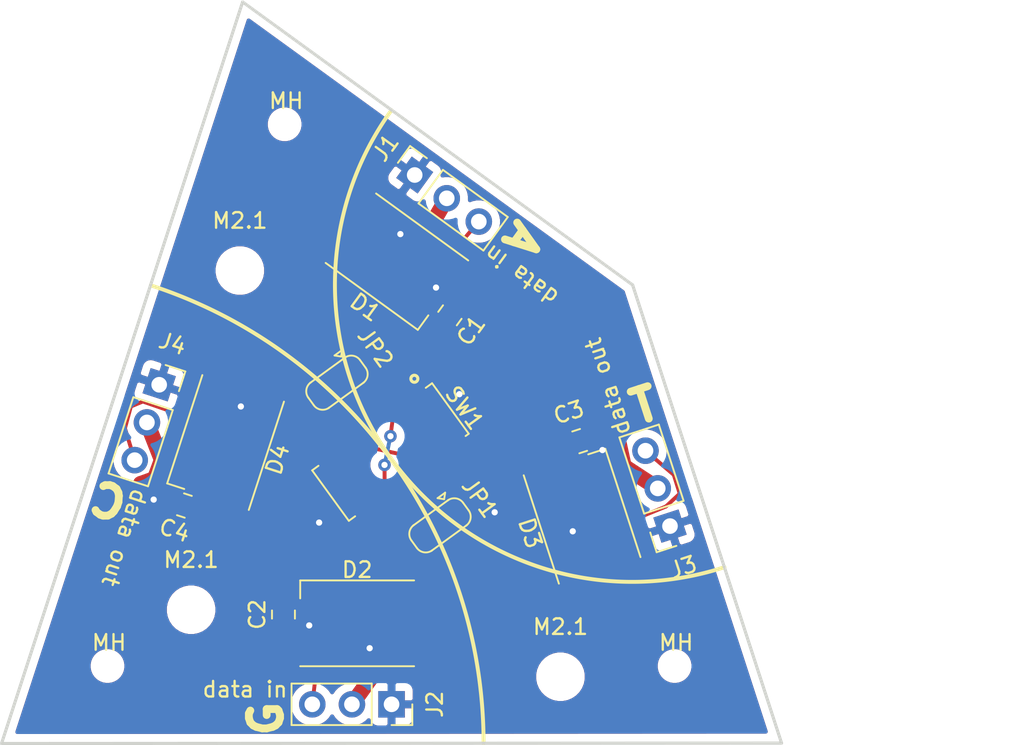
<source format=kicad_pcb>
(kicad_pcb (version 20171130) (host pcbnew 5.1.8)

  (general
    (thickness 1.6)
    (drawings 80)
    (tracks 86)
    (zones 0)
    (modules 21)
    (nets 11)
  )

  (page A4)
  (layers
    (0 F.Cu signal)
    (31 B.Cu signal)
    (32 B.Adhes user)
    (33 F.Adhes user)
    (34 B.Paste user)
    (35 F.Paste user)
    (36 B.SilkS user)
    (37 F.SilkS user)
    (38 B.Mask user)
    (39 F.Mask user)
    (40 Dwgs.User user)
    (41 Cmts.User user)
    (42 Eco1.User user)
    (43 Eco2.User user)
    (44 Edge.Cuts user)
    (45 Margin user)
    (46 B.CrtYd user)
    (47 F.CrtYd user)
    (48 B.Fab user)
    (49 F.Fab user hide)
  )

  (setup
    (last_trace_width 0.25)
    (trace_clearance 0.2)
    (zone_clearance 0.508)
    (zone_45_only no)
    (trace_min 0.2)
    (via_size 0.8)
    (via_drill 0.4)
    (via_min_size 0.4)
    (via_min_drill 0.3)
    (uvia_size 0.3)
    (uvia_drill 0.1)
    (uvias_allowed no)
    (uvia_min_size 0.2)
    (uvia_min_drill 0.1)
    (edge_width 0.05)
    (segment_width 0.2)
    (pcb_text_width 0.3)
    (pcb_text_size 1.5 1.5)
    (mod_edge_width 0.12)
    (mod_text_size 1 1)
    (mod_text_width 0.15)
    (pad_size 1.524 1.524)
    (pad_drill 0.762)
    (pad_to_mask_clearance 0)
    (aux_axis_origin 0 0)
    (visible_elements FFFFFF7F)
    (pcbplotparams
      (layerselection 0x010fc_ffffffff)
      (usegerberextensions false)
      (usegerberattributes true)
      (usegerberadvancedattributes true)
      (creategerberjobfile true)
      (excludeedgelayer true)
      (linewidth 0.100000)
      (plotframeref false)
      (viasonmask false)
      (mode 1)
      (useauxorigin false)
      (hpglpennumber 1)
      (hpglpenspeed 20)
      (hpglpendiameter 15.000000)
      (psnegative false)
      (psa4output false)
      (plotreference true)
      (plotvalue true)
      (plotinvisibletext false)
      (padsonsilk false)
      (subtractmaskfromsilk false)
      (outputformat 1)
      (mirror false)
      (drillshape 0)
      (scaleselection 1)
      (outputdirectory "Gerbers/Penrose Kite/"))
  )

  (net 0 "")
  (net 1 VCC)
  (net 2 GND)
  (net 3 "Net-(D1-Pad4)")
  (net 4 "Net-(D1-Pad2)")
  (net 5 "Net-(D2-Pad2)")
  (net 6 "Net-(D2-Pad4)")
  (net 7 "Net-(D3-Pad2)")
  (net 8 "Net-(D3-Pad4)")
  (net 9 "Net-(D4-Pad4)")
  (net 10 "Net-(D4-Pad2)")

  (net_class Default "This is the default net class."
    (clearance 0.2)
    (trace_width 0.25)
    (via_dia 0.8)
    (via_drill 0.4)
    (uvia_dia 0.3)
    (uvia_drill 0.1)
    (add_net GND)
    (add_net "Net-(D1-Pad2)")
    (add_net "Net-(D1-Pad4)")
    (add_net "Net-(D2-Pad2)")
    (add_net "Net-(D2-Pad4)")
    (add_net "Net-(D3-Pad2)")
    (add_net "Net-(D3-Pad4)")
    (add_net "Net-(D4-Pad2)")
    (add_net "Net-(D4-Pad4)")
  )

  (net_class Power ""
    (clearance 0.2)
    (trace_width 1)
    (via_dia 0.8)
    (via_drill 0.4)
    (uvia_dia 0.3)
    (uvia_drill 0.1)
    (add_net VCC)
  )

  (module penroserombus:Pushpin_mountinghole (layer F.Cu) (tedit 5FFDF8C9) (tstamp 6008B6A1)
    (at 111.6584 118.11)
    (fp_text reference MH (at 0.1 -1.5) (layer F.SilkS)
      (effects (font (size 1 1) (thickness 0.15)))
    )
    (fp_text value Pushpin_mountinghole (at -0.1 -5.1) (layer F.Fab)
      (effects (font (size 1 1) (thickness 0.15)))
    )
    (fp_circle (center 0 0) (end 4 0) (layer F.CrtYd) (width 0.12))
    (pad "" np_thru_hole circle (at 0 0) (size 1.15 1.15) (drill 1.15) (layers *.Cu *.Mask))
  )

  (module penroserombus:Pushpin_mountinghole (layer F.Cu) (tedit 5FFDF8C9) (tstamp 6008B6A1)
    (at 148.0058 118.11)
    (fp_text reference MH (at 0.1 -1.5) (layer F.SilkS)
      (effects (font (size 1 1) (thickness 0.15)))
    )
    (fp_text value Pushpin_mountinghole (at -0.1 -5.1) (layer F.Fab)
      (effects (font (size 1 1) (thickness 0.15)))
    )
    (fp_circle (center 0 0) (end 4 0) (layer F.CrtYd) (width 0.12))
    (pad "" np_thru_hole circle (at 0 0) (size 1.15 1.15) (drill 1.15) (layers *.Cu *.Mask))
  )

  (module penroserombus:Pushpin_mountinghole (layer F.Cu) (tedit 5FFDF8C9) (tstamp 6008B69A)
    (at 123.0122 83.3882)
    (fp_text reference MH (at 0.1 -1.5) (layer F.SilkS)
      (effects (font (size 1 1) (thickness 0.15)))
    )
    (fp_text value Pushpin_mountinghole (at -0.1 -5.1) (layer F.Fab)
      (effects (font (size 1 1) (thickness 0.15)))
    )
    (fp_circle (center 0 0) (end 4 0) (layer F.CrtYd) (width 0.12))
    (pad "" np_thru_hole circle (at 0 0) (size 1.15 1.15) (drill 1.15) (layers *.Cu *.Mask))
  )

  (module MountingHole:MountingHole_2.1mm (layer F.Cu) (tedit 5B924765) (tstamp 6008B548)
    (at 117.0178 114.5032)
    (descr "Mounting Hole 2.1mm, no annular")
    (tags "mounting hole 2.1mm no annular")
    (attr virtual)
    (fp_text reference M2.1 (at 0 -3.2) (layer F.SilkS)
      (effects (font (size 1 1) (thickness 0.15)))
    )
    (fp_text value MountingHole_2.1mm (at 0 3.2) (layer F.Fab)
      (effects (font (size 1 1) (thickness 0.15)))
    )
    (fp_circle (center 0 0) (end 2.1 0) (layer Cmts.User) (width 0.15))
    (fp_circle (center 0 0) (end 2.35 0) (layer F.CrtYd) (width 0.05))
    (fp_text user %R (at 0.3 0) (layer F.Fab)
      (effects (font (size 1 1) (thickness 0.15)))
    )
    (pad "" np_thru_hole circle (at 0 0) (size 2.1 2.1) (drill 2.1) (layers *.Cu *.Mask))
  )

  (module MountingHole:MountingHole_2.1mm (layer F.Cu) (tedit 5B924765) (tstamp 6008B548)
    (at 140.6906 118.7958)
    (descr "Mounting Hole 2.1mm, no annular")
    (tags "mounting hole 2.1mm no annular")
    (attr virtual)
    (fp_text reference M2.1 (at 0 -3.2) (layer F.SilkS)
      (effects (font (size 1 1) (thickness 0.15)))
    )
    (fp_text value MountingHole_2.1mm (at 0 3.2) (layer F.Fab)
      (effects (font (size 1 1) (thickness 0.15)))
    )
    (fp_circle (center 0 0) (end 2.1 0) (layer Cmts.User) (width 0.15))
    (fp_circle (center 0 0) (end 2.35 0) (layer F.CrtYd) (width 0.05))
    (fp_text user %R (at 0.3 0) (layer F.Fab)
      (effects (font (size 1 1) (thickness 0.15)))
    )
    (pad "" np_thru_hole circle (at 0 0) (size 2.1 2.1) (drill 2.1) (layers *.Cu *.Mask))
  )

  (module MountingHole:MountingHole_2.1mm (layer F.Cu) (tedit 5B924765) (tstamp 6008B515)
    (at 120.142 92.7608)
    (descr "Mounting Hole 2.1mm, no annular")
    (tags "mounting hole 2.1mm no annular")
    (attr virtual)
    (fp_text reference M2.1 (at 0 -3.2) (layer F.SilkS)
      (effects (font (size 1 1) (thickness 0.15)))
    )
    (fp_text value MountingHole_2.1mm (at 0 3.2) (layer F.Fab)
      (effects (font (size 1 1) (thickness 0.15)))
    )
    (fp_text user %R (at 0.3 0) (layer F.Fab)
      (effects (font (size 1 1) (thickness 0.15)))
    )
    (fp_circle (center 0 0) (end 2.1 0) (layer Cmts.User) (width 0.15))
    (fp_circle (center 0 0) (end 2.35 0) (layer F.CrtYd) (width 0.05))
    (pad "" np_thru_hole circle (at 0 0) (size 2.1 2.1) (drill 2.1) (layers *.Cu *.Mask))
  )

  (module Capacitor_SMD:C_0805_2012Metric_Pad1.18x1.45mm_HandSolder (layer F.Cu) (tedit 5F68FEEF) (tstamp 60074FC1)
    (at 133.604 95.631 234)
    (descr "Capacitor SMD 0805 (2012 Metric), square (rectangular) end terminal, IPC_7351 nominal with elongated pad for handsoldering. (Body size source: IPC-SM-782 page 76, https://www.pcb-3d.com/wordpress/wp-content/uploads/ipc-sm-782a_amendment_1_and_2.pdf, https://docs.google.com/spreadsheets/d/1BsfQQcO9C6DZCsRaXUlFlo91Tg2WpOkGARC1WS5S8t0/edit?usp=sharing), generated with kicad-footprint-generator")
    (tags "capacitor handsolder")
    (path /5FB205C8)
    (attr smd)
    (fp_text reference C1 (at 0 -1.68 54) (layer F.SilkS)
      (effects (font (size 1 1) (thickness 0.15)))
    )
    (fp_text value C (at 0 1.68 54) (layer F.Fab)
      (effects (font (size 1 1) (thickness 0.15)))
    )
    (fp_line (start -1 0.625) (end -1 -0.625) (layer F.Fab) (width 0.1))
    (fp_line (start -1 -0.625) (end 1 -0.625) (layer F.Fab) (width 0.1))
    (fp_line (start 1 -0.625) (end 1 0.625) (layer F.Fab) (width 0.1))
    (fp_line (start 1 0.625) (end -1 0.625) (layer F.Fab) (width 0.1))
    (fp_line (start -0.261252 -0.735) (end 0.261252 -0.735) (layer F.SilkS) (width 0.12))
    (fp_line (start -0.261252 0.735) (end 0.261252 0.735) (layer F.SilkS) (width 0.12))
    (fp_line (start -1.88 0.98) (end -1.88 -0.98) (layer F.CrtYd) (width 0.05))
    (fp_line (start -1.88 -0.98) (end 1.88 -0.98) (layer F.CrtYd) (width 0.05))
    (fp_line (start 1.88 -0.98) (end 1.88 0.98) (layer F.CrtYd) (width 0.05))
    (fp_line (start 1.88 0.98) (end -1.88 0.98) (layer F.CrtYd) (width 0.05))
    (fp_text user %R (at 0 0 54) (layer F.Fab)
      (effects (font (size 0.5 0.5) (thickness 0.08)))
    )
    (pad 2 smd roundrect (at 1.0375 0 234) (size 1.175 1.45) (layers F.Cu F.Paste F.Mask) (roundrect_rratio 0.2127659574468085)
      (net 1 VCC))
    (pad 1 smd roundrect (at -1.0375 0 234) (size 1.175 1.45) (layers F.Cu F.Paste F.Mask) (roundrect_rratio 0.2127659574468085)
      (net 2 GND))
    (model ${KISYS3DMOD}/Capacitor_SMD.3dshapes/C_0805_2012Metric.wrl
      (at (xyz 0 0 0))
      (scale (xyz 1 1 1))
      (rotate (xyz 0 0 0))
    )
  )

  (module Capacitor_SMD:C_0805_2012Metric_Pad1.18x1.45mm_HandSolder (layer F.Cu) (tedit 5F68FEEF) (tstamp 60074FD2)
    (at 122.936 114.808 90)
    (descr "Capacitor SMD 0805 (2012 Metric), square (rectangular) end terminal, IPC_7351 nominal with elongated pad for handsoldering. (Body size source: IPC-SM-782 page 76, https://www.pcb-3d.com/wordpress/wp-content/uploads/ipc-sm-782a_amendment_1_and_2.pdf, https://docs.google.com/spreadsheets/d/1BsfQQcO9C6DZCsRaXUlFlo91Tg2WpOkGARC1WS5S8t0/edit?usp=sharing), generated with kicad-footprint-generator")
    (tags "capacitor handsolder")
    (path /5FB1F44D)
    (attr smd)
    (fp_text reference C2 (at 0 -1.68 90) (layer F.SilkS)
      (effects (font (size 1 1) (thickness 0.15)))
    )
    (fp_text value C (at 0 1.68 90) (layer F.Fab)
      (effects (font (size 1 1) (thickness 0.15)))
    )
    (fp_line (start 1.88 0.98) (end -1.88 0.98) (layer F.CrtYd) (width 0.05))
    (fp_line (start 1.88 -0.98) (end 1.88 0.98) (layer F.CrtYd) (width 0.05))
    (fp_line (start -1.88 -0.98) (end 1.88 -0.98) (layer F.CrtYd) (width 0.05))
    (fp_line (start -1.88 0.98) (end -1.88 -0.98) (layer F.CrtYd) (width 0.05))
    (fp_line (start -0.261252 0.735) (end 0.261252 0.735) (layer F.SilkS) (width 0.12))
    (fp_line (start -0.261252 -0.735) (end 0.261252 -0.735) (layer F.SilkS) (width 0.12))
    (fp_line (start 1 0.625) (end -1 0.625) (layer F.Fab) (width 0.1))
    (fp_line (start 1 -0.625) (end 1 0.625) (layer F.Fab) (width 0.1))
    (fp_line (start -1 -0.625) (end 1 -0.625) (layer F.Fab) (width 0.1))
    (fp_line (start -1 0.625) (end -1 -0.625) (layer F.Fab) (width 0.1))
    (fp_text user %R (at 0 0 90) (layer F.Fab)
      (effects (font (size 0.5 0.5) (thickness 0.08)))
    )
    (pad 1 smd roundrect (at -1.0375 0 90) (size 1.175 1.45) (layers F.Cu F.Paste F.Mask) (roundrect_rratio 0.2127659574468085)
      (net 2 GND))
    (pad 2 smd roundrect (at 1.0375 0 90) (size 1.175 1.45) (layers F.Cu F.Paste F.Mask) (roundrect_rratio 0.2127659574468085)
      (net 1 VCC))
    (model ${KISYS3DMOD}/Capacitor_SMD.3dshapes/C_0805_2012Metric.wrl
      (at (xyz 0 0 0))
      (scale (xyz 1 1 1))
      (rotate (xyz 0 0 0))
    )
  )

  (module Capacitor_SMD:C_0805_2012Metric_Pad1.18x1.45mm_HandSolder (layer F.Cu) (tedit 5F68FEEF) (tstamp 60074FE3)
    (at 141.9225 103.6955 198)
    (descr "Capacitor SMD 0805 (2012 Metric), square (rectangular) end terminal, IPC_7351 nominal with elongated pad for handsoldering. (Body size source: IPC-SM-782 page 76, https://www.pcb-3d.com/wordpress/wp-content/uploads/ipc-sm-782a_amendment_1_and_2.pdf, https://docs.google.com/spreadsheets/d/1BsfQQcO9C6DZCsRaXUlFlo91Tg2WpOkGARC1WS5S8t0/edit?usp=sharing), generated with kicad-footprint-generator")
    (tags "capacitor handsolder")
    (path /5FFF68B2)
    (attr smd)
    (fp_text reference C3 (at 0.095258 1.967219 18) (layer F.SilkS)
      (effects (font (size 1 1) (thickness 0.15)))
    )
    (fp_text value C (at 0 1.68 18) (layer F.Fab)
      (effects (font (size 1 1) (thickness 0.15)))
    )
    (fp_line (start -1 0.625) (end -1 -0.625) (layer F.Fab) (width 0.1))
    (fp_line (start -1 -0.625) (end 1 -0.625) (layer F.Fab) (width 0.1))
    (fp_line (start 1 -0.625) (end 1 0.625) (layer F.Fab) (width 0.1))
    (fp_line (start 1 0.625) (end -1 0.625) (layer F.Fab) (width 0.1))
    (fp_line (start -0.261252 -0.735) (end 0.261252 -0.735) (layer F.SilkS) (width 0.12))
    (fp_line (start -0.261252 0.735) (end 0.261252 0.735) (layer F.SilkS) (width 0.12))
    (fp_line (start -1.88 0.98) (end -1.88 -0.98) (layer F.CrtYd) (width 0.05))
    (fp_line (start -1.88 -0.98) (end 1.88 -0.98) (layer F.CrtYd) (width 0.05))
    (fp_line (start 1.88 -0.98) (end 1.88 0.98) (layer F.CrtYd) (width 0.05))
    (fp_line (start 1.88 0.98) (end -1.88 0.98) (layer F.CrtYd) (width 0.05))
    (fp_text user %R (at 0 0 18) (layer F.Fab)
      (effects (font (size 0.5 0.5) (thickness 0.08)))
    )
    (pad 2 smd roundrect (at 1.0375 0 198) (size 1.175 1.45) (layers F.Cu F.Paste F.Mask) (roundrect_rratio 0.2127659574468085)
      (net 1 VCC))
    (pad 1 smd roundrect (at -1.0375 0 198) (size 1.175 1.45) (layers F.Cu F.Paste F.Mask) (roundrect_rratio 0.2127659574468085)
      (net 2 GND))
    (model ${KISYS3DMOD}/Capacitor_SMD.3dshapes/C_0805_2012Metric.wrl
      (at (xyz 0 0 0))
      (scale (xyz 1 1 1))
      (rotate (xyz 0 0 0))
    )
  )

  (module Capacitor_SMD:C_0805_2012Metric_Pad1.18x1.45mm_HandSolder (layer F.Cu) (tedit 5F68FEEF) (tstamp 60074FF4)
    (at 116.586 107.823 342)
    (descr "Capacitor SMD 0805 (2012 Metric), square (rectangular) end terminal, IPC_7351 nominal with elongated pad for handsoldering. (Body size source: IPC-SM-782 page 76, https://www.pcb-3d.com/wordpress/wp-content/uploads/ipc-sm-782a_amendment_1_and_2.pdf, https://docs.google.com/spreadsheets/d/1BsfQQcO9C6DZCsRaXUlFlo91Tg2WpOkGARC1WS5S8t0/edit?usp=sharing), generated with kicad-footprint-generator")
    (tags "capacitor handsolder")
    (path /5FFF68C4)
    (attr smd)
    (fp_text reference C4 (at -0.113356 1.706028 162) (layer F.SilkS)
      (effects (font (size 1 1) (thickness 0.15)))
    )
    (fp_text value C (at 0 1.68 162) (layer F.Fab)
      (effects (font (size 1 1) (thickness 0.15)))
    )
    (fp_line (start 1.88 0.98) (end -1.88 0.98) (layer F.CrtYd) (width 0.05))
    (fp_line (start 1.88 -0.98) (end 1.88 0.98) (layer F.CrtYd) (width 0.05))
    (fp_line (start -1.88 -0.98) (end 1.88 -0.98) (layer F.CrtYd) (width 0.05))
    (fp_line (start -1.88 0.98) (end -1.88 -0.98) (layer F.CrtYd) (width 0.05))
    (fp_line (start -0.261252 0.735) (end 0.261252 0.735) (layer F.SilkS) (width 0.12))
    (fp_line (start -0.261252 -0.735) (end 0.261252 -0.735) (layer F.SilkS) (width 0.12))
    (fp_line (start 1 0.625) (end -1 0.625) (layer F.Fab) (width 0.1))
    (fp_line (start 1 -0.625) (end 1 0.625) (layer F.Fab) (width 0.1))
    (fp_line (start -1 -0.625) (end 1 -0.625) (layer F.Fab) (width 0.1))
    (fp_line (start -1 0.625) (end -1 -0.625) (layer F.Fab) (width 0.1))
    (fp_text user %R (at 0 0 162) (layer F.Fab)
      (effects (font (size 0.5 0.5) (thickness 0.08)))
    )
    (pad 1 smd roundrect (at -1.0375 0 342) (size 1.175 1.45) (layers F.Cu F.Paste F.Mask) (roundrect_rratio 0.2127659574468085)
      (net 2 GND))
    (pad 2 smd roundrect (at 1.0375 0 342) (size 1.175 1.45) (layers F.Cu F.Paste F.Mask) (roundrect_rratio 0.2127659574468085)
      (net 1 VCC))
    (model ${KISYS3DMOD}/Capacitor_SMD.3dshapes/C_0805_2012Metric.wrl
      (at (xyz 0 0 0))
      (scale (xyz 1 1 1))
      (rotate (xyz 0 0 0))
    )
  )

  (module LED_SMD:LED_SK6812_PLCC4_5.0x5.0mm_P3.2mm (layer F.Cu) (tedit 5AA4B263) (tstamp 6007500A)
    (at 130.209936 92.193288 324)
    (descr https://cdn-shop.adafruit.com/product-files/1138/SK6812+LED+datasheet+.pdf)
    (tags "LED RGB NeoPixel")
    (path /5FFF688E)
    (attr smd)
    (fp_text reference D1 (at 0.072998 3.557518 144) (layer F.SilkS)
      (effects (font (size 1 1) (thickness 0.15)))
    )
    (fp_text value SK6812 (at 0 4 144) (layer F.Fab)
      (effects (font (size 1 1) (thickness 0.15)))
    )
    (fp_line (start 3.45 -2.75) (end -3.45 -2.75) (layer F.CrtYd) (width 0.05))
    (fp_line (start 3.45 2.75) (end 3.45 -2.75) (layer F.CrtYd) (width 0.05))
    (fp_line (start -3.45 2.75) (end 3.45 2.75) (layer F.CrtYd) (width 0.05))
    (fp_line (start -3.45 -2.75) (end -3.45 2.75) (layer F.CrtYd) (width 0.05))
    (fp_line (start 2.5 1.5) (end 1.5 2.5) (layer F.Fab) (width 0.1))
    (fp_line (start -2.5 -2.5) (end -2.5 2.5) (layer F.Fab) (width 0.1))
    (fp_line (start -2.5 2.5) (end 2.5 2.5) (layer F.Fab) (width 0.1))
    (fp_line (start 2.5 2.5) (end 2.5 -2.5) (layer F.Fab) (width 0.1))
    (fp_line (start 2.5 -2.5) (end -2.5 -2.5) (layer F.Fab) (width 0.1))
    (fp_line (start -3.65 -2.75) (end 3.65 -2.75) (layer F.SilkS) (width 0.12))
    (fp_line (start -3.65 2.75) (end 3.65 2.75) (layer F.SilkS) (width 0.12))
    (fp_line (start 3.65 2.75) (end 3.65 1.6) (layer F.SilkS) (width 0.12))
    (fp_circle (center 0 0) (end 0 -2) (layer F.Fab) (width 0.1))
    (fp_text user %R (at 0 0 144) (layer F.Fab)
      (effects (font (size 0.8 0.8) (thickness 0.15)))
    )
    (pad 3 smd rect (at -2.45 -1.6 324) (size 1.5 1) (layers F.Cu F.Paste F.Mask)
      (net 2 GND))
    (pad 4 smd rect (at -2.45 1.6 324) (size 1.5 1) (layers F.Cu F.Paste F.Mask)
      (net 3 "Net-(D1-Pad4)"))
    (pad 2 smd rect (at 2.45 -1.6 324) (size 1.5 1) (layers F.Cu F.Paste F.Mask)
      (net 4 "Net-(D1-Pad2)"))
    (pad 1 smd rect (at 2.45 1.6 324) (size 1.5 1) (layers F.Cu F.Paste F.Mask)
      (net 1 VCC))
    (model ${KISYS3DMOD}/LED_SMD.3dshapes/LED_SK6812_PLCC4_5.0x5.0mm_P3.2mm.wrl
      (at (xyz 0 0 0))
      (scale (xyz 1 1 1))
      (rotate (xyz 0 0 0))
    )
  )

  (module LED_SMD:LED_SK6812_PLCC4_5.0x5.0mm_P3.2mm (layer F.Cu) (tedit 5AA4B263) (tstamp 60075020)
    (at 127.659486 115.372169 180)
    (descr https://cdn-shop.adafruit.com/product-files/1138/SK6812+LED+datasheet+.pdf)
    (tags "LED RGB NeoPixel")
    (path /5FFF6894)
    (attr smd)
    (fp_text reference D2 (at 0 3.429) (layer F.SilkS)
      (effects (font (size 1 1) (thickness 0.15)))
    )
    (fp_text value SK6812 (at 0 4) (layer F.Fab)
      (effects (font (size 1 1) (thickness 0.15)))
    )
    (fp_circle (center 0 0) (end 0 -2) (layer F.Fab) (width 0.1))
    (fp_line (start 3.65 2.75) (end 3.65 1.6) (layer F.SilkS) (width 0.12))
    (fp_line (start -3.65 2.75) (end 3.65 2.75) (layer F.SilkS) (width 0.12))
    (fp_line (start -3.65 -2.75) (end 3.65 -2.75) (layer F.SilkS) (width 0.12))
    (fp_line (start 2.5 -2.5) (end -2.5 -2.5) (layer F.Fab) (width 0.1))
    (fp_line (start 2.5 2.5) (end 2.5 -2.5) (layer F.Fab) (width 0.1))
    (fp_line (start -2.5 2.5) (end 2.5 2.5) (layer F.Fab) (width 0.1))
    (fp_line (start -2.5 -2.5) (end -2.5 2.5) (layer F.Fab) (width 0.1))
    (fp_line (start 2.5 1.5) (end 1.5 2.5) (layer F.Fab) (width 0.1))
    (fp_line (start -3.45 -2.75) (end -3.45 2.75) (layer F.CrtYd) (width 0.05))
    (fp_line (start -3.45 2.75) (end 3.45 2.75) (layer F.CrtYd) (width 0.05))
    (fp_line (start 3.45 2.75) (end 3.45 -2.75) (layer F.CrtYd) (width 0.05))
    (fp_line (start 3.45 -2.75) (end -3.45 -2.75) (layer F.CrtYd) (width 0.05))
    (fp_text user %R (at 0 0) (layer F.Fab)
      (effects (font (size 0.8 0.8) (thickness 0.15)))
    )
    (pad 1 smd rect (at 2.45 1.6 180) (size 1.5 1) (layers F.Cu F.Paste F.Mask)
      (net 1 VCC))
    (pad 2 smd rect (at 2.45 -1.6 180) (size 1.5 1) (layers F.Cu F.Paste F.Mask)
      (net 5 "Net-(D2-Pad2)"))
    (pad 4 smd rect (at -2.45 1.6 180) (size 1.5 1) (layers F.Cu F.Paste F.Mask)
      (net 6 "Net-(D2-Pad4)"))
    (pad 3 smd rect (at -2.45 -1.6 180) (size 1.5 1) (layers F.Cu F.Paste F.Mask)
      (net 2 GND))
    (model ${KISYS3DMOD}/LED_SMD.3dshapes/LED_SK6812_PLCC4_5.0x5.0mm_P3.2mm.wrl
      (at (xyz 0 0 0))
      (scale (xyz 1 1 1))
      (rotate (xyz 0 0 0))
    )
  )

  (module LED_SMD:LED_SK6812_PLCC4_5.0x5.0mm_P3.2mm (layer F.Cu) (tedit 5AA4B263) (tstamp 60075036)
    (at 142.077548 108.507418 108)
    (descr https://cdn-shop.adafruit.com/product-files/1138/SK6812+LED+datasheet+.pdf)
    (tags "LED RGB NeoPixel")
    (path /5FB004B1)
    (attr smd)
    (fp_text reference D3 (at 0 -3.5 108) (layer F.SilkS)
      (effects (font (size 1 1) (thickness 0.15)))
    )
    (fp_text value SK6812 (at 0 4 108) (layer F.Fab)
      (effects (font (size 1 1) (thickness 0.15)))
    )
    (fp_circle (center 0 0) (end 0 -2) (layer F.Fab) (width 0.1))
    (fp_line (start 3.65 2.75) (end 3.65 1.6) (layer F.SilkS) (width 0.12))
    (fp_line (start -3.65 2.75) (end 3.65 2.75) (layer F.SilkS) (width 0.12))
    (fp_line (start -3.65 -2.75) (end 3.65 -2.75) (layer F.SilkS) (width 0.12))
    (fp_line (start 2.5 -2.5) (end -2.5 -2.5) (layer F.Fab) (width 0.1))
    (fp_line (start 2.5 2.5) (end 2.5 -2.5) (layer F.Fab) (width 0.1))
    (fp_line (start -2.5 2.5) (end 2.5 2.5) (layer F.Fab) (width 0.1))
    (fp_line (start -2.5 -2.5) (end -2.5 2.5) (layer F.Fab) (width 0.1))
    (fp_line (start 2.5 1.5) (end 1.5 2.5) (layer F.Fab) (width 0.1))
    (fp_line (start -3.45 -2.75) (end -3.45 2.75) (layer F.CrtYd) (width 0.05))
    (fp_line (start -3.45 2.75) (end 3.45 2.75) (layer F.CrtYd) (width 0.05))
    (fp_line (start 3.45 2.75) (end 3.45 -2.75) (layer F.CrtYd) (width 0.05))
    (fp_line (start 3.45 -2.75) (end -3.45 -2.75) (layer F.CrtYd) (width 0.05))
    (fp_text user %R (at 0 0 108) (layer F.Fab)
      (effects (font (size 0.8 0.8) (thickness 0.15)))
    )
    (pad 1 smd rect (at 2.45 1.6 108) (size 1.5 1) (layers F.Cu F.Paste F.Mask)
      (net 1 VCC))
    (pad 2 smd rect (at 2.45 -1.6 108) (size 1.5 1) (layers F.Cu F.Paste F.Mask)
      (net 7 "Net-(D3-Pad2)"))
    (pad 4 smd rect (at -2.45 1.6 108) (size 1.5 1) (layers F.Cu F.Paste F.Mask)
      (net 8 "Net-(D3-Pad4)"))
    (pad 3 smd rect (at -2.45 -1.6 108) (size 1.5 1) (layers F.Cu F.Paste F.Mask)
      (net 2 GND))
    (model ${KISYS3DMOD}/LED_SMD.3dshapes/LED_SK6812_PLCC4_5.0x5.0mm_P3.2mm.wrl
      (at (xyz 0 0 0))
      (scale (xyz 1 1 1))
      (rotate (xyz 0 0 0))
    )
  )

  (module LED_SMD:LED_SK6812_PLCC4_5.0x5.0mm_P3.2mm (layer F.Cu) (tedit 5AA4B263) (tstamp 6007504C)
    (at 119.225743 103.784356 252)
    (descr https://cdn-shop.adafruit.com/product-files/1138/SK6812+LED+datasheet+.pdf)
    (tags "LED RGB NeoPixel")
    (path /5FB01459)
    (attr smd)
    (fp_text reference D4 (at 0 -3.5 72) (layer F.SilkS)
      (effects (font (size 1 1) (thickness 0.15)))
    )
    (fp_text value SK6812 (at 0 4 72) (layer F.Fab)
      (effects (font (size 1 1) (thickness 0.15)))
    )
    (fp_line (start 3.45 -2.75) (end -3.45 -2.75) (layer F.CrtYd) (width 0.05))
    (fp_line (start 3.45 2.75) (end 3.45 -2.75) (layer F.CrtYd) (width 0.05))
    (fp_line (start -3.45 2.75) (end 3.45 2.75) (layer F.CrtYd) (width 0.05))
    (fp_line (start -3.45 -2.75) (end -3.45 2.75) (layer F.CrtYd) (width 0.05))
    (fp_line (start 2.5 1.5) (end 1.5 2.5) (layer F.Fab) (width 0.1))
    (fp_line (start -2.5 -2.5) (end -2.5 2.5) (layer F.Fab) (width 0.1))
    (fp_line (start -2.5 2.5) (end 2.5 2.5) (layer F.Fab) (width 0.1))
    (fp_line (start 2.5 2.5) (end 2.5 -2.5) (layer F.Fab) (width 0.1))
    (fp_line (start 2.5 -2.5) (end -2.5 -2.5) (layer F.Fab) (width 0.1))
    (fp_line (start -3.65 -2.75) (end 3.65 -2.75) (layer F.SilkS) (width 0.12))
    (fp_line (start -3.65 2.75) (end 3.65 2.75) (layer F.SilkS) (width 0.12))
    (fp_line (start 3.65 2.75) (end 3.65 1.6) (layer F.SilkS) (width 0.12))
    (fp_circle (center 0 0) (end 0 -2) (layer F.Fab) (width 0.1))
    (fp_text user %R (at 0 0 72) (layer F.Fab)
      (effects (font (size 0.8 0.8) (thickness 0.15)))
    )
    (pad 3 smd rect (at -2.45 -1.6 252) (size 1.5 1) (layers F.Cu F.Paste F.Mask)
      (net 2 GND))
    (pad 4 smd rect (at -2.45 1.6 252) (size 1.5 1) (layers F.Cu F.Paste F.Mask)
      (net 9 "Net-(D4-Pad4)"))
    (pad 2 smd rect (at 2.45 -1.6 252) (size 1.5 1) (layers F.Cu F.Paste F.Mask)
      (net 10 "Net-(D4-Pad2)"))
    (pad 1 smd rect (at 2.45 1.6 252) (size 1.5 1) (layers F.Cu F.Paste F.Mask)
      (net 1 VCC))
    (model ${KISYS3DMOD}/LED_SMD.3dshapes/LED_SK6812_PLCC4_5.0x5.0mm_P3.2mm.wrl
      (at (xyz 0 0 0))
      (scale (xyz 1 1 1))
      (rotate (xyz 0 0 0))
    )
  )

  (module Connector_PinSocket_2.54mm:PinSocket_1x03_P2.54mm_Vertical (layer F.Cu) (tedit 5A19A429) (tstamp 60075063)
    (at 131.347786 86.637468 54)
    (descr "Through hole straight socket strip, 1x03, 2.54mm pitch, single row (from Kicad 4.0.7), script generated")
    (tags "Through hole socket strip THT 1x03 2.54mm single row")
    (path /5FB0A86D)
    (fp_text reference J1 (at 0.323871 -2.532644 54) (layer F.SilkS)
      (effects (font (size 1 1) (thickness 0.15)))
    )
    (fp_text value Conn_01x03_Female (at 0 7.85 54) (layer F.Fab)
      (effects (font (size 1 1) (thickness 0.15)))
    )
    (fp_line (start -1.27 -1.27) (end 0.635 -1.27) (layer F.Fab) (width 0.1))
    (fp_line (start 0.635 -1.27) (end 1.27 -0.635) (layer F.Fab) (width 0.1))
    (fp_line (start 1.27 -0.635) (end 1.27 6.35) (layer F.Fab) (width 0.1))
    (fp_line (start 1.27 6.35) (end -1.27 6.35) (layer F.Fab) (width 0.1))
    (fp_line (start -1.27 6.35) (end -1.27 -1.27) (layer F.Fab) (width 0.1))
    (fp_line (start -1.33 1.27) (end 1.33 1.27) (layer F.SilkS) (width 0.12))
    (fp_line (start -1.33 1.27) (end -1.33 6.41) (layer F.SilkS) (width 0.12))
    (fp_line (start -1.33 6.41) (end 1.33 6.41) (layer F.SilkS) (width 0.12))
    (fp_line (start 1.33 1.27) (end 1.33 6.41) (layer F.SilkS) (width 0.12))
    (fp_line (start 1.33 -1.33) (end 1.33 0) (layer F.SilkS) (width 0.12))
    (fp_line (start 0 -1.33) (end 1.33 -1.33) (layer F.SilkS) (width 0.12))
    (fp_line (start -1.8 -1.8) (end 1.75 -1.8) (layer F.CrtYd) (width 0.05))
    (fp_line (start 1.75 -1.8) (end 1.75 6.85) (layer F.CrtYd) (width 0.05))
    (fp_line (start 1.75 6.85) (end -1.8 6.85) (layer F.CrtYd) (width 0.05))
    (fp_line (start -1.8 6.85) (end -1.8 -1.8) (layer F.CrtYd) (width 0.05))
    (fp_text user %R (at 0 2.54 144) (layer F.Fab)
      (effects (font (size 1 1) (thickness 0.15)))
    )
    (pad 3 thru_hole oval (at 0 5.08 54) (size 1.7 1.7) (drill 1) (layers *.Cu *.Mask)
      (net 4 "Net-(D1-Pad2)"))
    (pad 2 thru_hole oval (at 0 2.54 54) (size 1.7 1.7) (drill 1) (layers *.Cu *.Mask)
      (net 1 VCC))
    (pad 1 thru_hole rect (at 0 0 54) (size 1.7 1.7) (drill 1) (layers *.Cu *.Mask)
      (net 2 GND))
    (model ${KISYS3DMOD}/Connector_PinSocket_2.54mm.3dshapes/PinSocket_1x03_P2.54mm_Vertical.wrl
      (at (xyz 0 0 0))
      (scale (xyz 1 1 1))
      (rotate (xyz 0 0 0))
    )
  )

  (module Connector_PinSocket_2.54mm:PinSocket_1x03_P2.54mm_Vertical (layer F.Cu) (tedit 5A19A429) (tstamp 6007507A)
    (at 129.864584 120.563941 270)
    (descr "Through hole straight socket strip, 1x03, 2.54mm pitch, single row (from Kicad 4.0.7), script generated")
    (tags "Through hole socket strip THT 1x03 2.54mm single row")
    (path /5FB08EB1)
    (fp_text reference J2 (at 0 -2.77 90) (layer F.SilkS)
      (effects (font (size 1 1) (thickness 0.15)))
    )
    (fp_text value Conn_01x03_Female (at 0 7.85 90) (layer F.Fab)
      (effects (font (size 1 1) (thickness 0.15)))
    )
    (fp_line (start -1.8 6.85) (end -1.8 -1.8) (layer F.CrtYd) (width 0.05))
    (fp_line (start 1.75 6.85) (end -1.8 6.85) (layer F.CrtYd) (width 0.05))
    (fp_line (start 1.75 -1.8) (end 1.75 6.85) (layer F.CrtYd) (width 0.05))
    (fp_line (start -1.8 -1.8) (end 1.75 -1.8) (layer F.CrtYd) (width 0.05))
    (fp_line (start 0 -1.33) (end 1.33 -1.33) (layer F.SilkS) (width 0.12))
    (fp_line (start 1.33 -1.33) (end 1.33 0) (layer F.SilkS) (width 0.12))
    (fp_line (start 1.33 1.27) (end 1.33 6.41) (layer F.SilkS) (width 0.12))
    (fp_line (start -1.33 6.41) (end 1.33 6.41) (layer F.SilkS) (width 0.12))
    (fp_line (start -1.33 1.27) (end -1.33 6.41) (layer F.SilkS) (width 0.12))
    (fp_line (start -1.33 1.27) (end 1.33 1.27) (layer F.SilkS) (width 0.12))
    (fp_line (start -1.27 6.35) (end -1.27 -1.27) (layer F.Fab) (width 0.1))
    (fp_line (start 1.27 6.35) (end -1.27 6.35) (layer F.Fab) (width 0.1))
    (fp_line (start 1.27 -0.635) (end 1.27 6.35) (layer F.Fab) (width 0.1))
    (fp_line (start 0.635 -1.27) (end 1.27 -0.635) (layer F.Fab) (width 0.1))
    (fp_line (start -1.27 -1.27) (end 0.635 -1.27) (layer F.Fab) (width 0.1))
    (fp_text user %R (at 0 2.54) (layer F.Fab)
      (effects (font (size 1 1) (thickness 0.15)))
    )
    (pad 1 thru_hole rect (at 0 0 270) (size 1.7 1.7) (drill 1) (layers *.Cu *.Mask)
      (net 2 GND))
    (pad 2 thru_hole oval (at 0 2.54 270) (size 1.7 1.7) (drill 1) (layers *.Cu *.Mask)
      (net 1 VCC))
    (pad 3 thru_hole oval (at 0 5.08 270) (size 1.7 1.7) (drill 1) (layers *.Cu *.Mask)
      (net 5 "Net-(D2-Pad2)"))
    (model ${KISYS3DMOD}/Connector_PinSocket_2.54mm.3dshapes/PinSocket_1x03_P2.54mm_Vertical.wrl
      (at (xyz 0 0 0))
      (scale (xyz 1 1 1))
      (rotate (xyz 0 0 0))
    )
  )

  (module Connector_PinSocket_2.54mm:PinSocket_1x03_P2.54mm_Vertical (layer F.Cu) (tedit 5A19A429) (tstamp 60075452)
    (at 147.710929 109.140228 198)
    (descr "Through hole straight socket strip, 1x03, 2.54mm pitch, single row (from Kicad 4.0.7), script generated")
    (tags "Through hole socket strip THT 1x03 2.54mm single row")
    (path /5FB0BC7F)
    (fp_text reference J3 (at 0 -2.77 18) (layer F.SilkS)
      (effects (font (size 1 1) (thickness 0.15)))
    )
    (fp_text value Conn_01x03_Male (at 0 7.85 18) (layer F.Fab)
      (effects (font (size 1 1) (thickness 0.15)))
    )
    (fp_line (start -1.8 6.85) (end -1.8 -1.8) (layer F.CrtYd) (width 0.05))
    (fp_line (start 1.75 6.85) (end -1.8 6.85) (layer F.CrtYd) (width 0.05))
    (fp_line (start 1.75 -1.8) (end 1.75 6.85) (layer F.CrtYd) (width 0.05))
    (fp_line (start -1.8 -1.8) (end 1.75 -1.8) (layer F.CrtYd) (width 0.05))
    (fp_line (start 0 -1.33) (end 1.33 -1.33) (layer F.SilkS) (width 0.12))
    (fp_line (start 1.33 -1.33) (end 1.33 0) (layer F.SilkS) (width 0.12))
    (fp_line (start 1.33 1.27) (end 1.33 6.41) (layer F.SilkS) (width 0.12))
    (fp_line (start -1.33 6.41) (end 1.33 6.41) (layer F.SilkS) (width 0.12))
    (fp_line (start -1.33 1.27) (end -1.33 6.41) (layer F.SilkS) (width 0.12))
    (fp_line (start -1.33 1.27) (end 1.33 1.27) (layer F.SilkS) (width 0.12))
    (fp_line (start -1.27 6.35) (end -1.27 -1.27) (layer F.Fab) (width 0.1))
    (fp_line (start 1.27 6.35) (end -1.27 6.35) (layer F.Fab) (width 0.1))
    (fp_line (start 1.27 -0.635) (end 1.27 6.35) (layer F.Fab) (width 0.1))
    (fp_line (start 0.635 -1.27) (end 1.27 -0.635) (layer F.Fab) (width 0.1))
    (fp_line (start -1.27 -1.27) (end 0.635 -1.27) (layer F.Fab) (width 0.1))
    (fp_text user %R (at 0 2.54 108) (layer F.Fab)
      (effects (font (size 1 1) (thickness 0.15)))
    )
    (pad 1 thru_hole rect (at 0 0 198) (size 1.7 1.7) (drill 1) (layers *.Cu *.Mask)
      (net 2 GND))
    (pad 2 thru_hole oval (at 0 2.54 198) (size 1.7 1.7) (drill 1) (layers *.Cu *.Mask)
      (net 1 VCC))
    (pad 3 thru_hole oval (at 0 5.08 198) (size 1.7 1.7) (drill 1) (layers *.Cu *.Mask)
      (net 8 "Net-(D3-Pad4)"))
    (model ${KISYS3DMOD}/Connector_PinSocket_2.54mm.3dshapes/PinSocket_1x03_P2.54mm_Vertical.wrl
      (at (xyz 0 0 0))
      (scale (xyz 1 1 1))
      (rotate (xyz 0 0 0))
    )
  )

  (module Connector_PinSocket_2.54mm:PinSocket_1x03_P2.54mm_Vertical (layer F.Cu) (tedit 5A19A429) (tstamp 600750A8)
    (at 114.970749 100.081598 342)
    (descr "Through hole straight socket strip, 1x03, 2.54mm pitch, single row (from Kicad 4.0.7), script generated")
    (tags "Through hole socket strip THT 1x03 2.54mm single row")
    (path /5FB0D045)
    (fp_text reference J4 (at 0 -2.77 162) (layer F.SilkS)
      (effects (font (size 1 1) (thickness 0.15)))
    )
    (fp_text value Conn_01x03_Male (at 0 7.85 162) (layer F.Fab)
      (effects (font (size 1 1) (thickness 0.15)))
    )
    (fp_line (start -1.27 -1.27) (end 0.635 -1.27) (layer F.Fab) (width 0.1))
    (fp_line (start 0.635 -1.27) (end 1.27 -0.635) (layer F.Fab) (width 0.1))
    (fp_line (start 1.27 -0.635) (end 1.27 6.35) (layer F.Fab) (width 0.1))
    (fp_line (start 1.27 6.35) (end -1.27 6.35) (layer F.Fab) (width 0.1))
    (fp_line (start -1.27 6.35) (end -1.27 -1.27) (layer F.Fab) (width 0.1))
    (fp_line (start -1.33 1.27) (end 1.33 1.27) (layer F.SilkS) (width 0.12))
    (fp_line (start -1.33 1.27) (end -1.33 6.41) (layer F.SilkS) (width 0.12))
    (fp_line (start -1.33 6.41) (end 1.33 6.41) (layer F.SilkS) (width 0.12))
    (fp_line (start 1.33 1.27) (end 1.33 6.41) (layer F.SilkS) (width 0.12))
    (fp_line (start 1.33 -1.33) (end 1.33 0) (layer F.SilkS) (width 0.12))
    (fp_line (start 0 -1.33) (end 1.33 -1.33) (layer F.SilkS) (width 0.12))
    (fp_line (start -1.8 -1.8) (end 1.75 -1.8) (layer F.CrtYd) (width 0.05))
    (fp_line (start 1.75 -1.8) (end 1.75 6.85) (layer F.CrtYd) (width 0.05))
    (fp_line (start 1.75 6.85) (end -1.8 6.85) (layer F.CrtYd) (width 0.05))
    (fp_line (start -1.8 6.85) (end -1.8 -1.8) (layer F.CrtYd) (width 0.05))
    (fp_text user %R (at 0 2.54 72) (layer F.Fab)
      (effects (font (size 1 1) (thickness 0.15)))
    )
    (pad 3 thru_hole oval (at 0 5.08 342) (size 1.7 1.7) (drill 1) (layers *.Cu *.Mask)
      (net 9 "Net-(D4-Pad4)"))
    (pad 2 thru_hole oval (at 0 2.54 342) (size 1.7 1.7) (drill 1) (layers *.Cu *.Mask)
      (net 1 VCC))
    (pad 1 thru_hole rect (at 0 0 342) (size 1.7 1.7) (drill 1) (layers *.Cu *.Mask)
      (net 2 GND))
    (model ${KISYS3DMOD}/Connector_PinSocket_2.54mm.3dshapes/PinSocket_1x03_P2.54mm_Vertical.wrl
      (at (xyz 0 0 0))
      (scale (xyz 1 1 1))
      (rotate (xyz 0 0 0))
    )
  )

  (module Jumper:SolderJumper-3_P1.3mm_Open_RoundedPad1.0x1.5mm (layer F.Cu) (tedit 5B391EB7) (tstamp 600750BE)
    (at 132.969 109.093 216)
    (descr "SMD Solder 3-pad Jumper, 1x1.5mm rounded Pads, 0.3mm gap, open")
    (tags "solder jumper open")
    (path /5FD98966)
    (attr virtual)
    (fp_text reference JP1 (at -3.085056 -0.075091 126) (layer F.SilkS)
      (effects (font (size 1 1) (thickness 0.15)))
    )
    (fp_text value SolderJumper_3_Open (at 0 1.9 36) (layer F.Fab)
      (effects (font (size 1 1) (thickness 0.15)))
    )
    (fp_line (start -1.2 1.2) (end -0.9 1.5) (layer F.SilkS) (width 0.12))
    (fp_line (start -1.5 1.5) (end -0.9 1.5) (layer F.SilkS) (width 0.12))
    (fp_line (start -1.2 1.2) (end -1.5 1.5) (layer F.SilkS) (width 0.12))
    (fp_line (start -2.05 0.3) (end -2.05 -0.3) (layer F.SilkS) (width 0.12))
    (fp_line (start 1.4 1) (end -1.4 1) (layer F.SilkS) (width 0.12))
    (fp_line (start 2.05 -0.3) (end 2.05 0.3) (layer F.SilkS) (width 0.12))
    (fp_line (start -1.4 -1) (end 1.4 -1) (layer F.SilkS) (width 0.12))
    (fp_line (start -2.3 -1.25) (end 2.3 -1.25) (layer F.CrtYd) (width 0.05))
    (fp_line (start -2.3 -1.25) (end -2.3 1.25) (layer F.CrtYd) (width 0.05))
    (fp_line (start 2.3 1.25) (end 2.3 -1.25) (layer F.CrtYd) (width 0.05))
    (fp_line (start 2.3 1.25) (end -2.3 1.25) (layer F.CrtYd) (width 0.05))
    (fp_arc (start -1.35 -0.3) (end -1.35 -1) (angle -90) (layer F.SilkS) (width 0.12))
    (fp_arc (start -1.35 0.3) (end -2.05 0.3) (angle -90) (layer F.SilkS) (width 0.12))
    (fp_arc (start 1.35 0.3) (end 1.35 1) (angle -90) (layer F.SilkS) (width 0.12))
    (fp_arc (start 1.35 -0.3) (end 2.05 -0.3) (angle -90) (layer F.SilkS) (width 0.12))
    (pad 2 smd rect (at 0 0 216) (size 1 1.5) (layers F.Cu F.Mask)
      (net 6 "Net-(D2-Pad4)"))
    (pad 3 smd custom (at 1.3 0 216) (size 1 0.5) (layers F.Cu F.Mask)
      (net 7 "Net-(D3-Pad2)") (zone_connect 2)
      (options (clearance outline) (anchor rect))
      (primitives
        (gr_circle (center 0 0.25) (end 0.5 0.25) (width 0))
        (gr_circle (center 0 -0.25) (end 0.5 -0.25) (width 0))
        (gr_poly (pts
           (xy -0.55 -0.75) (xy 0 -0.75) (xy 0 0.75) (xy -0.55 0.75)) (width 0))
      ))
    (pad 1 smd custom (at -1.3 0 216) (size 1 0.5) (layers F.Cu F.Mask)
      (net 10 "Net-(D4-Pad2)") (zone_connect 2)
      (options (clearance outline) (anchor rect))
      (primitives
        (gr_circle (center 0 0.25) (end 0.5 0.25) (width 0))
        (gr_circle (center 0 -0.25) (end 0.5 -0.25) (width 0))
        (gr_poly (pts
           (xy 0.55 -0.75) (xy 0 -0.75) (xy 0 0.75) (xy 0.55 0.75)) (width 0))
      ))
  )

  (module Jumper:SolderJumper-3_P1.3mm_Open_RoundedPad1.0x1.5mm (layer F.Cu) (tedit 5B391EB7) (tstamp 600750D4)
    (at 126.365 99.949 216)
    (descr "SMD Solder 3-pad Jumper, 1x1.5mm rounded Pads, 0.3mm gap, open")
    (tags "solder jumper open")
    (path /5FD93041)
    (attr virtual)
    (fp_text reference JP2 (at -3.307074 0.360129 126) (layer F.SilkS)
      (effects (font (size 1 1) (thickness 0.15)))
    )
    (fp_text value SolderJumper_3_Open (at 0 1.9 36) (layer F.Fab)
      (effects (font (size 1 1) (thickness 0.15)))
    )
    (fp_line (start 2.3 1.25) (end -2.3 1.25) (layer F.CrtYd) (width 0.05))
    (fp_line (start 2.3 1.25) (end 2.3 -1.25) (layer F.CrtYd) (width 0.05))
    (fp_line (start -2.3 -1.25) (end -2.3 1.25) (layer F.CrtYd) (width 0.05))
    (fp_line (start -2.3 -1.25) (end 2.3 -1.25) (layer F.CrtYd) (width 0.05))
    (fp_line (start -1.4 -1) (end 1.4 -1) (layer F.SilkS) (width 0.12))
    (fp_line (start 2.05 -0.3) (end 2.05 0.3) (layer F.SilkS) (width 0.12))
    (fp_line (start 1.4 1) (end -1.4 1) (layer F.SilkS) (width 0.12))
    (fp_line (start -2.05 0.3) (end -2.05 -0.3) (layer F.SilkS) (width 0.12))
    (fp_line (start -1.2 1.2) (end -1.5 1.5) (layer F.SilkS) (width 0.12))
    (fp_line (start -1.5 1.5) (end -0.9 1.5) (layer F.SilkS) (width 0.12))
    (fp_line (start -1.2 1.2) (end -0.9 1.5) (layer F.SilkS) (width 0.12))
    (fp_arc (start 1.35 -0.3) (end 2.05 -0.3) (angle -90) (layer F.SilkS) (width 0.12))
    (fp_arc (start 1.35 0.3) (end 1.35 1) (angle -90) (layer F.SilkS) (width 0.12))
    (fp_arc (start -1.35 0.3) (end -2.05 0.3) (angle -90) (layer F.SilkS) (width 0.12))
    (fp_arc (start -1.35 -0.3) (end -1.35 -1) (angle -90) (layer F.SilkS) (width 0.12))
    (pad 1 smd custom (at -1.3 0 216) (size 1 0.5) (layers F.Cu F.Mask)
      (net 7 "Net-(D3-Pad2)") (zone_connect 2)
      (options (clearance outline) (anchor rect))
      (primitives
        (gr_circle (center 0 0.25) (end 0.5 0.25) (width 0))
        (gr_circle (center 0 -0.25) (end 0.5 -0.25) (width 0))
        (gr_poly (pts
           (xy 0.55 -0.75) (xy 0 -0.75) (xy 0 0.75) (xy 0.55 0.75)) (width 0))
      ))
    (pad 3 smd custom (at 1.3 0 216) (size 1 0.5) (layers F.Cu F.Mask)
      (net 10 "Net-(D4-Pad2)") (zone_connect 2)
      (options (clearance outline) (anchor rect))
      (primitives
        (gr_circle (center 0 0.25) (end 0.5 0.25) (width 0))
        (gr_circle (center 0 -0.25) (end 0.5 -0.25) (width 0))
        (gr_poly (pts
           (xy -0.55 -0.75) (xy 0 -0.75) (xy 0 0.75) (xy -0.55 0.75)) (width 0))
      ))
    (pad 2 smd rect (at 0 0 216) (size 1 1.5) (layers F.Cu F.Mask)
      (net 3 "Net-(D1-Pad4)"))
  )

  (module penroserombus:Aliexpress_slideswitch_2P2T (layer F.Cu) (tedit 5FEFD1C9) (tstamp 600750EA)
    (at 129.794 104.394 306)
    (descr "MSS22D18 MINI Miniature SMD SMT Slide Switch 2P2T ")
    (path /5FB57982)
    (fp_text reference SW1 (at 0.5 -5.5 126) (layer F.SilkS)
      (effects (font (size 1 1) (thickness 0.15)))
    )
    (fp_text value SW_DPDT_x2 (at 0 -7.62 126) (layer F.Fab)
      (effects (font (size 1 1) (thickness 0.15)))
    )
    (fp_line (start 1.775 4.525) (end -1.775 4.525) (layer F.Fab) (width 0.12))
    (fp_line (start -1.775 4.525) (end -1.775 -4.525) (layer F.Fab) (width 0.12))
    (fp_line (start -1.775 -4.525) (end 1.775 -4.525) (layer F.Fab) (width 0.12))
    (fp_line (start 1.775 -4.525) (end 1.775 4.525) (layer F.Fab) (width 0.12))
    (fp_line (start -2 -4.25) (end -2 -4.75) (layer F.SilkS) (width 0.12))
    (fp_line (start -2 -4.75) (end -1.5 -4.75) (layer F.SilkS) (width 0.12))
    (fp_line (start -1.5 -4.75) (end 2 -4.75) (layer F.SilkS) (width 0.12))
    (fp_line (start 2 -4.75) (end 2 -4.5) (layer F.SilkS) (width 0.12))
    (fp_line (start -2 4.25) (end -2 4.75) (layer F.SilkS) (width 0.12))
    (fp_line (start -2 4.75) (end 2 4.75) (layer F.SilkS) (width 0.12))
    (fp_line (start 2 4.75) (end 2 4.25) (layer F.SilkS) (width 0.12))
    (fp_circle (center -2.9 -4) (end -2.676393 -4) (layer F.SilkS) (width 0.2))
    (pad 1 smd rect (at -2.825 -2.5 306) (size 1.95 1.1) (layers F.Cu F.Paste F.Mask)
      (net 7 "Net-(D3-Pad2)"))
    (pad 2 smd rect (at -2.825 0 306) (size 1.95 1.1) (layers F.Cu F.Paste F.Mask)
      (net 3 "Net-(D1-Pad4)"))
    (pad 3 smd rect (at -2.825 2.5 306) (size 1.95 1.1) (layers F.Cu F.Paste F.Mask)
      (net 10 "Net-(D4-Pad2)"))
    (pad 4 smd rect (at 2.825 -2.5 306) (size 1.95 1.1) (layers F.Cu F.Paste F.Mask)
      (net 10 "Net-(D4-Pad2)"))
    (pad 5 smd rect (at 2.825 0 306) (size 1.95 1.1) (layers F.Cu F.Paste F.Mask)
      (net 6 "Net-(D2-Pad4)"))
    (pad 6 smd rect (at 2.825 2.5 306) (size 1.95 1.1) (layers F.Cu F.Paste F.Mask)
      (net 7 "Net-(D3-Pad2)"))
    (model "${KIPRJMOD}/MSS22D18 Switch v3.step"
      (at (xyz 0 0 0))
      (scale (xyz 1 1 1))
      (rotate (xyz -90 0 90))
    )
  )

  (gr_text "data in" (at 120.4722 119.6086) (layer F.SilkS) (tstamp 6008BBCE)
    (effects (font (size 1 1) (thickness 0.15)))
  )
  (gr_text "data in" (at 138.176 93.0402 144) (layer F.SilkS) (tstamp 6008BB60)
    (effects (font (size 1 1) (thickness 0.15)))
  )
  (gr_text "data out" (at 143.7386 100.203 108) (layer F.SilkS) (tstamp 6008BAE5)
    (effects (font (size 1 1) (thickness 0.15)))
  )
  (gr_text "data out" (at 112.7506 109.8804 252) (layer F.SilkS) (tstamp 600856B3)
    (effects (font (size 1 1) (thickness 0.15)))
  )
  (gr_text C (at 111.76 107.442 162) (layer F.SilkS)
    (effects (font (size 2 2) (thickness 0.5)))
  )
  (gr_text G (at 121.8184 121.4882 90) (layer F.SilkS)
    (effects (font (size 2 2) (thickness 0.5)))
  )
  (gr_text T (at 146.0754 101.3968 18) (layer F.SilkS)
    (effects (font (size 2 2) (thickness 0.5)))
  )
  (gr_text A (at 138.2522 90.7542 234) (layer F.SilkS)
    (effects (font (size 2 2) (thickness 0.5)))
  )
  (gr_arc (start 145.288 93.6625) (end 129.857501 82.486501) (angle -144) (layer F.SilkS) (width 0.25))
  (gr_arc (start 104.902 123.063) (end 135.763 123.063) (angle -72) (layer F.SilkS) (width 0.25))
  (gr_line (start 129.86558 104.910897) (end 128.310541 102.94545) (layer Dwgs.User) (width 0.2))
  (gr_line (start 134.328758 113.750878) (end 132.468779 109.17967) (layer Dwgs.User) (width 0.2))
  (gr_line (start 145.409567 81.889543) (end 143.528137 82.026248) (layer Dwgs.User) (width 0.2))
  (gr_line (start 129.86558 104.910897) (end 131.719719 107.094848) (layer Dwgs.User) (width 0.2))
  (gr_line (start 148.429983 112.512759) (end 151.215113 111.832981) (layer Dwgs.User) (width 0.2))
  (gr_line (start 131.719719 107.094848) (end 133.967576 109.041444) (layer Dwgs.User) (width 0.2))
  (gr_line (start 141.668753 82.46843) (end 139.904978 83.204705) (layer Dwgs.User) (width 0.2))
  (gr_line (start 128.359591 102.473967) (end 129.86558 104.910897) (layer Dwgs.User) (width 0.2))
  (gr_line (start 155.857242 98.981359) (end 156.567883 97.234573) (layer Dwgs.User) (width 0.2))
  (gr_line (start 162.587274 99.284774) (end 160.209968 98.513989) (layer Dwgs.User) (width 0.2))
  (gr_line (start 126.606931 101.118397) (end 122.831165 97.939269) (layer Dwgs.User) (width 0.2))
  (gr_line (start 134.286572 82.593569) (end 131.347786 86.637468) (layer Dwgs.User) (width 0.2))
  (gr_line (start 150.600659 104.228071) (end 152.17553 103.278645) (layer Dwgs.User) (width 0.2))
  (gr_line (start 148.961524 104.900951) (end 150.600659 104.228071) (layer Dwgs.User) (width 0.2))
  (gr_line (start 150.601816 83.135804) (end 148.962755 82.464631) (layer Dwgs.User) (width 0.2))
  (gr_line (start 139.413172 111.839128) (end 142.42164 112.55146) (layer Dwgs.User) (width 0.2))
  (gr_line (start 139.904978 83.204705) (end 138.303 84.201) (layer Dwgs.User) (width 0.2))
  (gr_line (start 152.105094 81.283105) (end 153.254625 84.108267) (layer Dwgs.User) (width 0.2))
  (gr_line (start 154.86349 86.746514) (end 153.618797 85.297908) (layer Dwgs.User) (width 0.2))
  (gr_line (start 156.567883 97.234573) (end 156.984007 95.444302) (layer Dwgs.User) (width 0.2))
  (gr_line (start 132.468779 109.17967) (end 131.255946 106.996) (layer Dwgs.User) (width 0.2))
  (gr_line (start 145.316135 75.533326) (end 145.315998 78.031647) (layer Dwgs.User) (width 0.2))
  (gr_line (start 147.710929 109.140228) (end 152.465709 107.593704) (layer Dwgs.User) (width 0.2))
  (gr_line (start 159.210998 91.055217) (end 161.759025 92.588765) (layer Dwgs.User) (width 0.2))
  (gr_line (start 147.241496 82.046299) (end 145.409567 81.889543) (layer Dwgs.User) (width 0.2))
  (gr_line (start 129.866811 82.474577) (end 128.360555 84.913076) (layer Dwgs.User) (width 0.2))
  (gr_line (start 156.568273 90.123086) (end 155.857824 88.37704) (layer Dwgs.User) (width 0.2))
  (gr_line (start 157.117081 93.678544) (end 156.984201 91.912925) (layer Dwgs.User) (width 0.2))
  (gr_line (start 153.254625 84.108267) (end 154.86349 86.746514) (layer Dwgs.User) (width 0.2))
  (gr_line (start 156.984007 95.444302) (end 157.117081 93.678544) (layer Dwgs.User) (width 0.2))
  (gr_line (start 151.432109 78.387084) (end 152.105094 81.283105) (layer Dwgs.User) (width 0.2))
  (gr_line (start 145.465832 112.769483) (end 148.429983 112.512759) (layer Dwgs.User) (width 0.2))
  (gr_line (start 112.593443 99.310813) (end 114.970749 100.081598) (layer Dwgs.User) (width 0.2))
  (gr_line (start 118.708371 95.457937) (end 114.417252 93.700784) (layer Dwgs.User) (width 0.2))
  (gr_line (start 136.559454 110.650784) (end 139.413172 111.839128) (layer Dwgs.User) (width 0.2))
  (gr_line (start 153.617877 102.062824) (end 154.86273 100.612922) (layer Dwgs.User) (width 0.2))
  (gr_line (start 154.86349 86.746514) (end 156.877446 89.090407) (layer Dwgs.User) (width 0.2))
  (gr_line (start 126.469375 96.774804) (end 127.200949 99.735909) (layer Dwgs.User) (width 0.2))
  (gr_line (start 131.255946 106.996) (end 129.86558 104.910897) (layer Dwgs.User) (width 0.2))
  (gr_line (start 127.201612 87.652341) (end 126.469713 90.614208) (layer Dwgs.User) (width 0.2))
  (gr_line (start 152.17553 103.278645) (end 153.617877 102.062824) (layer Dwgs.User) (width 0.2))
  (gr_line (start 122.831165 97.939269) (end 118.708371 95.457937) (layer Dwgs.User) (width 0.2))
  (gr_line (start 133.967576 109.041444) (end 136.559454 110.650784) (layer Dwgs.User) (width 0.2))
  (gr_line (start 128.310541 102.94545) (end 126.606931 101.118397) (layer Dwgs.User) (width 0.2))
  (gr_line (start 142.42164 112.55146) (end 145.465832 112.769483) (layer Dwgs.User) (width 0.2))
  (gr_line (start 156.984201 91.912925) (end 156.568273 90.123086) (layer Dwgs.User) (width 0.2))
  (gr_line (start 161.759025 92.588765) (end 164.411082 93.674745) (layer Dwgs.User) (width 0.2))
  (gr_line (start 153.618797 85.297908) (end 152.176583 84.083589) (layer Dwgs.User) (width 0.2))
  (gr_line (start 156.877446 89.090407) (end 159.210998 91.055217) (layer Dwgs.User) (width 0.2))
  (gr_line (start 127.200949 99.735909) (end 128.359591 102.473967) (layer Dwgs.User) (width 0.2))
  (gr_line (start 104.867668 123.075281) (end 154.861499 123.049242) (layer Edge.Cuts) (width 0.2))
  (gr_line (start 154.861499 123.049242) (end 170.31305 75.520307) (layer Dwgs.User) (width 0.2))
  (gr_line (start 170.31305 75.520307) (end 120.319219 75.546346) (layer Dwgs.User) (width 0.2))
  (gr_line (start 120.319219 75.546346) (end 145.315139 93.684691) (layer Edge.Cuts) (width 0.2))
  (gr_line (start 129.864584 123.062262) (end 129.864721 120.563941) (layer Dwgs.User) (width 0.2))
  (gr_line (start 145.315139 93.684691) (end 154.861499 123.049242) (layer Edge.Cuts) (width 0.2))
  (gr_line (start 136.913616 85.40551) (end 135.767547 86.75646) (layer Dwgs.User) (width 0.2))
  (gr_line (start 120.319219 75.546346) (end 104.867668 123.075281) (layer Edge.Cuts) (width 0.2))
  (gr_line (start 126.219194 93.694637) (end 126.469375 96.774804) (layer Dwgs.User) (width 0.2))
  (gr_line (start 126.469713 90.614208) (end 126.219194 93.694637) (layer Dwgs.User) (width 0.2))
  (gr_line (start 151.217105 75.530253) (end 151.432109 78.387084) (layer Dwgs.User) (width 0.2))
  (gr_line (start 135.765555 123.059188) (end 135.417672 118.436738) (layer Dwgs.User) (width 0.2))
  (gr_line (start 155.857824 88.37704) (end 154.86349 86.746514) (layer Dwgs.User) (width 0.2))
  (gr_line (start 143.528137 82.026248) (end 141.668753 82.46843) (layer Dwgs.User) (width 0.2))
  (gr_line (start 135.417672 118.436738) (end 134.328758 113.750878) (layer Dwgs.User) (width 0.2))
  (gr_line (start 154.86273 100.612922) (end 155.857242 98.981359) (layer Dwgs.User) (width 0.2))
  (gr_line (start 128.360555 84.913076) (end 127.201612 87.652341) (layer Dwgs.User) (width 0.2))
  (gr_line (start 152.176583 84.083589) (end 150.601816 83.135804) (layer Dwgs.User) (width 0.2))
  (gr_line (start 148.962755 82.464631) (end 147.241496 82.046299) (layer Dwgs.User) (width 0.2))
  (gr_line (start 138.303 84.201) (end 136.913616 85.40551) (layer Dwgs.User) (width 0.2))

  (segment (start 122.936 113.7705) (end 125.209486 113.772169) (width 1) (layer F.Cu) (net 1))
  (segment (start 125.209486 113.772169) (end 129.54 115.57) (width 1) (layer F.Cu) (net 1))
  (segment (start 129.54 115.57) (end 132.08 115.57) (width 1) (layer F.Cu) (net 1))
  (segment (start 131.251571 94.927789) (end 132.994173 96.470355) (width 1) (layer F.Cu) (net 1))
  (segment (start 128.7145 91.313) (end 127.222789 90.137711) (width 1) (layer F.Cu) (net 1))
  (segment (start 125.838639 91.040639) (end 127.222789 90.137711) (width 1) (layer F.Cu) (net 1))
  (segment (start 142.842147 105.682902) (end 140.935779 104.016105) (width 1) (layer F.Cu) (net 1))
  (segment (start 116.946961 105.620017) (end 117.572721 108.143605) (width 1) (layer F.Cu) (net 1))
  (segment (start 127.324584 120.563941) (end 128.905 118.364) (width 1) (layer F.Cu) (net 1))
  (segment (start 130.786533 118.404033) (end 131.949031 117.534531) (width 1) (layer F.Cu) (net 1))
  (segment (start 128.905 118.364) (end 130.786533 118.404033) (width 1) (layer F.Cu) (net 1))
  (segment (start 131.949031 117.534531) (end 132.08 115.57) (width 1) (layer F.Cu) (net 1))
  (segment (start 140.935779 104.016105) (end 138.900359 102.082141) (width 1) (layer F.Cu) (net 1))
  (segment (start 143.764 101.727) (end 144.411014 103.707514) (width 1) (layer F.Cu) (net 1))
  (segment (start 144.411014 103.707514) (end 144.757677 105.305323) (width 1) (layer F.Cu) (net 1))
  (segment (start 146.926026 106.724544) (end 144.757677 105.305323) (width 1) (layer F.Cu) (net 1))
  (segment (start 142.842147 105.682902) (end 138.6713 110.5408) (width 1) (layer F.Cu) (net 1))
  (segment (start 132.08 115.57) (end 138.6713 110.5408) (width 1) (layer F.Cu) (net 1))
  (segment (start 113.8555 108.458) (end 117.348 109.601) (width 1) (layer F.Cu) (net 1))
  (segment (start 117.348 109.601) (end 118.546135 109.164865) (width 1) (layer F.Cu) (net 1))
  (segment (start 118.546135 109.164865) (end 122.936 113.7705) (width 1) (layer F.Cu) (net 1))
  (segment (start 117.572721 108.143605) (end 118.546135 109.164865) (width 1) (layer F.Cu) (net 1))
  (segment (start 114.681 106.1085) (end 115.128835 104.898665) (width 1) (layer F.Cu) (net 1))
  (segment (start 114.185846 102.497282) (end 115.128835 104.898665) (width 1) (layer F.Cu) (net 1))
  (segment (start 138.900359 102.082141) (end 135.579082 98.926418) (width 1) (layer F.Cu) (net 1))
  (segment (start 135.579082 98.926418) (end 134.178936 97.596064) (width 1) (layer F.Cu) (net 1))
  (segment (start 134.178936 97.596064) (end 132.994173 96.470355) (width 1) (layer F.Cu) (net 1))
  (segment (start 133.402689 88.130443) (end 130.285771 93.551729) (width 1) (layer F.Cu) (net 1))
  (segment (start 130.285771 93.551729) (end 131.251571 94.927789) (width 1) (layer F.Cu) (net 1))
  (segment (start 128.7145 91.313) (end 130.285771 93.551729) (width 1) (layer F.Cu) (net 1))
  (segment (start 114.681 106.1085) (end 113.792 106.426) (width 1) (layer F.Cu) (net 1))
  (segment (start 113.792 106.426) (end 113.157 108.204) (width 1) (layer F.Cu) (net 1))
  (segment (start 113.157 108.204) (end 113.8555 108.458) (width 1) (layer F.Cu) (net 1))
  (segment (start 140.935779 104.016105) (end 141.791142 101.871058) (width 1) (layer F.Cu) (net 1))
  (segment (start 143.764 101.727) (end 141.791142 101.871058) (width 1) (layer F.Cu) (net 1))
  (segment (start 123.302494 99.909094) (end 125.838639 91.040639) (width 1) (layer F.Cu) (net 1))
  (segment (start 122.448159 103.357841) (end 123.302494 99.909094) (width 1) (layer F.Cu) (net 1))
  (segment (start 116.946961 105.620017) (end 122.448159 103.357841) (width 1) (layer F.Cu) (net 1))
  (segment (start 115.599279 107.502395) (end 116.205 103.886) (width 0.25) (layer F.Cu) (net 2))
  (segment (start 116.205 103.886) (end 121.504525 101.948695) (width 0.25) (layer F.Cu) (net 2))
  (via (at 114.6175 107.442) (size 0.8) (drill 0.4) (layers F.Cu B.Cu) (net 2))
  (segment (start 115.599279 107.502395) (end 114.6175 107.442) (width 0.25) (layer F.Cu) (net 2))
  (via (at 120.2055 101.473) (size 0.8) (drill 0.4) (layers F.Cu B.Cu) (net 2))
  (via (at 124.587 115.5065) (size 0.8) (drill 0.4) (layers F.Cu B.Cu) (net 2))
  (via (at 128.4605 116.967) (size 0.8) (drill 0.4) (layers F.Cu B.Cu) (net 2))
  (via (at 141.478 109.474) (size 0.8) (drill 0.4) (layers F.Cu B.Cu) (net 2))
  (segment (start 141.478 109.474) (end 144.272 106.6165) (width 0.25) (layer F.Cu) (net 2))
  (via (at 130.429 90.424) (size 0.8) (drill 0.4) (layers F.Cu B.Cu) (net 2))
  (via (at 132.715 93.853) (size 0.8) (drill 0.4) (layers F.Cu B.Cu) (net 2))
  (via (at 143.383 104.267) (size 0.8) (drill 0.4) (layers F.Cu B.Cu) (net 2))
  (segment (start 142.909221 103.374895) (end 143.383 104.267) (width 0.25) (layer F.Cu) (net 2))
  (segment (start 143.383 104.267) (end 144.2466 106.3498) (width 0.25) (layer F.Cu) (net 2))
  (segment (start 144.2466 106.3498) (end 141.478 109.474) (width 0.25) (layer F.Cu) (net 2))
  (via (at 125.222 108.9152) (size 0.8) (drill 0.4) (layers F.Cu B.Cu) (net 2))
  (via (at 134.2136 100.6856) (size 0.8) (drill 0.4) (layers F.Cu B.Cu) (net 2))
  (via (at 136.4742 108.2548) (size 0.8) (drill 0.4) (layers F.Cu B.Cu) (net 2))
  (segment (start 127.287388 92.047641) (end 125.73 98.7425) (width 0.25) (layer F.Cu) (net 3))
  (segment (start 125.73 98.7425) (end 126.365 99.949) (width 0.25) (layer F.Cu) (net 3))
  (segment (start 126.365 99.949) (end 128.133507 102.108527) (width 0.25) (layer F.Cu) (net 3))
  (segment (start 135.457592 89.623417) (end 133.132484 92.338935) (width 0.25) (layer F.Cu) (net 4))
  (segment (start 124.784584 120.563941) (end 125.209486 116.972169) (width 0.25) (layer F.Cu) (net 5))
  (segment (start 130.109486 113.772169) (end 133.731 110.744) (width 0.25) (layer F.Cu) (net 6))
  (segment (start 133.731 110.744) (end 132.969 109.093) (width 0.25) (layer F.Cu) (net 6))
  (segment (start 132.969 109.093) (end 131.454493 106.679473) (width 0.25) (layer F.Cu) (net 6))
  (segment (start 139.798766 106.671757) (end 130.156049 100.639064) (width 0.25) (layer F.Cu) (net 7))
  (segment (start 129.431951 108.148936) (end 131.917278 109.857121) (width 0.25) (layer F.Cu) (net 7))
  (segment (start 127.416722 99.184879) (end 130.156049 100.639064) (width 0.25) (layer F.Cu) (net 7))
  (via (at 129.794 103.378) (size 0.8) (drill 0.4) (layers F.Cu B.Cu) (net 7))
  (segment (start 130.156049 100.639064) (end 129.794 103.378) (width 0.25) (layer F.Cu) (net 7))
  (via (at 129.413 105.2195) (size 0.8) (drill 0.4) (layers F.Cu B.Cu) (net 7))
  (segment (start 129.794 103.378) (end 129.413 105.2195) (width 0.25) (layer B.Cu) (net 7))
  (segment (start 129.413 105.2195) (end 129.431951 108.148936) (width 0.25) (layer F.Cu) (net 7))
  (segment (start 146.141123 104.308861) (end 147.955 105.8545) (width 0.25) (layer F.Cu) (net 8))
  (segment (start 147.955 105.8545) (end 148.336 107.061) (width 0.25) (layer F.Cu) (net 8))
  (segment (start 148.336 107.061) (end 147.447 107.8865) (width 0.25) (layer F.Cu) (net 8))
  (segment (start 147.447 107.8865) (end 145.7325 108.585) (width 0.25) (layer F.Cu) (net 8))
  (segment (start 145.7325 108.585) (end 144.35633 110.343079) (width 0.25) (layer F.Cu) (net 8))
  (segment (start 113.400943 104.912965) (end 112.776 102.87) (width 0.25) (layer F.Cu) (net 9))
  (segment (start 112.776 102.87) (end 113.157 101.473) (width 0.25) (layer F.Cu) (net 9))
  (segment (start 113.157 101.473) (end 113.919 101.1555) (width 0.25) (layer F.Cu) (net 9))
  (segment (start 113.919 101.1555) (end 115.7605 101.7905) (width 0.25) (layer F.Cu) (net 9))
  (segment (start 115.7605 101.7905) (end 118.461144 100.95984) (width 0.25) (layer F.Cu) (net 9))
  (segment (start 119.990342 106.608872) (end 126.110964 103.57799) (width 0.25) (layer F.Cu) (net 10))
  (segment (start 134.020722 108.328879) (end 133.477036 105.21001) (width 0.25) (layer F.Cu) (net 10))
  (segment (start 126.110964 103.57799) (end 125.313278 100.713121) (width 0.25) (layer F.Cu) (net 10))
  (segment (start 126.110964 103.57799) (end 133.477036 105.21001) (width 0.25) (layer F.Cu) (net 10))

  (zone (net 2) (net_name GND) (layer F.Cu) (tstamp 6008BBDB) (hatch edge 0.508)
    (connect_pads (clearance 0.508))
    (min_thickness 0.254)
    (fill yes (arc_segments 32) (thermal_gap 0.508) (thermal_bridge_width 0.508))
    (polygon
      (pts
        (xy 145.3515 93.726) (xy 154.813 123.063) (xy 104.8385 123.063) (xy 120.396 75.5015)
      )
    )
    (filled_polygon
      (pts
        (xy 112.300411 103.91339) (xy 112.247468 103.966333) (xy 112.084953 104.209554) (xy 111.973011 104.479807) (xy 111.915943 104.766705)
        (xy 111.915943 105.059225) (xy 111.973011 105.346123) (xy 112.084953 105.616376) (xy 112.247468 105.859597) (xy 112.454311 106.06644)
        (xy 112.664938 106.207177) (xy 112.107974 107.766679) (xy 112.085175 107.814246) (xy 112.070473 107.87168) (xy 112.069372 107.874763)
        (xy 112.056625 107.925778) (xy 112.029732 108.030838) (xy 112.029554 108.034123) (xy 112.028755 108.037319) (xy 112.023493 108.145731)
        (xy 112.01761 108.254083) (xy 112.018076 108.257344) (xy 112.017917 108.26063) (xy 112.033897 108.367931) (xy 112.049273 108.475405)
        (xy 112.050366 108.478511) (xy 112.050851 108.481766) (xy 112.08746 108.583891) (xy 112.123507 108.686297) (xy 112.125186 108.689131)
        (xy 112.126296 108.692228) (xy 112.182114 108.785231) (xy 112.237456 108.878654) (xy 112.239655 108.881106) (xy 112.241349 108.883928)
        (xy 112.314263 108.964281) (xy 112.386744 109.045085) (xy 112.389379 109.04706) (xy 112.39159 109.049497) (xy 112.478766 109.114072)
        (xy 112.565631 109.179193) (xy 112.5686 109.180616) (xy 112.571246 109.182576) (xy 112.66943 109.228943) (xy 112.716727 109.251612)
        (xy 112.719795 109.252728) (xy 112.773412 109.278048) (xy 112.824594 109.290836) (xy 113.432596 109.511929) (xy 113.449485 109.519359)
        (xy 113.484924 109.530957) (xy 113.520016 109.543718) (xy 113.537915 109.5483) (xy 116.983206 110.67585) (xy 117.076962 110.708817)
        (xy 117.144722 110.718488) (xy 117.211541 110.733298) (xy 117.255132 110.734247) (xy 117.298294 110.740407) (xy 117.366641 110.736673)
        (xy 117.435063 110.738162) (xy 117.477996 110.73059) (xy 117.521536 110.728211) (xy 117.587834 110.711217) (xy 117.65524 110.699328)
        (xy 117.747877 110.663297) (xy 118.236762 110.485338) (xy 121.572928 113.985484) (xy 121.572928 114.108) (xy 121.589992 114.281254)
        (xy 121.640528 114.44785) (xy 121.722595 114.601386) (xy 121.833038 114.735962) (xy 121.839594 114.741342) (xy 121.759815 114.806815)
        (xy 121.680463 114.903506) (xy 121.621498 115.01382) (xy 121.585188 115.133518) (xy 121.572928 115.258) (xy 121.576 115.55975)
        (xy 121.73475 115.7185) (xy 122.809 115.7185) (xy 122.809 115.6985) (xy 123.063 115.6985) (xy 123.063 115.7185)
        (xy 124.13725 115.7185) (xy 124.296 115.55975) (xy 124.299072 115.258) (xy 124.286812 115.133518) (xy 124.250502 115.01382)
        (xy 124.193096 114.906422) (xy 124.422424 114.906591) (xy 124.459486 114.910241) (xy 124.990648 114.910241) (xy 128.722652 116.459599)
        (xy 128.721414 116.472169) (xy 128.724486 116.686419) (xy 128.883236 116.845169) (xy 129.982486 116.845169) (xy 129.982486 116.825169)
        (xy 130.236486 116.825169) (xy 130.236486 116.845169) (xy 130.256486 116.845169) (xy 130.256486 117.099169) (xy 130.236486 117.099169)
        (xy 130.236486 117.119169) (xy 129.982486 117.119169) (xy 129.982486 117.099169) (xy 128.883236 117.099169) (xy 128.745487 117.236918)
        (xy 128.720556 117.238522) (xy 128.713558 117.240388) (xy 128.706346 117.240944) (xy 128.605698 117.269152) (xy 128.50453 117.296131)
        (xy 128.498028 117.299328) (xy 128.491066 117.301279) (xy 128.397831 117.348592) (xy 128.303895 117.394778) (xy 128.298147 117.399178)
        (xy 128.291693 117.402453) (xy 128.209446 117.467073) (xy 128.126359 117.530671) (xy 128.121579 117.536108) (xy 128.115889 117.540579)
        (xy 128.047837 117.619993) (xy 128.015733 117.656513) (xy 128.011536 117.662355) (xy 127.970409 117.710349) (xy 127.946481 117.752911)
        (xy 126.963124 119.121747) (xy 126.891426 119.136009) (xy 126.621173 119.247951) (xy 126.377952 119.410466) (xy 126.171109 119.617309)
        (xy 126.054584 119.791701) (xy 125.938059 119.617309) (xy 125.731216 119.410466) (xy 125.689625 119.382676) (xy 125.840153 118.110241)
        (xy 125.959486 118.110241) (xy 126.083968 118.097981) (xy 126.203666 118.061671) (xy 126.31398 118.002706) (xy 126.410671 117.923354)
        (xy 126.490023 117.826663) (xy 126.548988 117.716349) (xy 126.585298 117.596651) (xy 126.597558 117.472169) (xy 126.597558 116.472169)
        (xy 126.585298 116.347687) (xy 126.548988 116.227989) (xy 126.490023 116.117675) (xy 126.410671 116.020984) (xy 126.31398 115.941632)
        (xy 126.203666 115.882667) (xy 126.083968 115.846357) (xy 125.959486 115.834097) (xy 124.459486 115.834097) (xy 124.335004 115.846357)
        (xy 124.215306 115.882667) (xy 124.104992 115.941632) (xy 124.067379 115.9725) (xy 123.063 115.9725) (xy 123.063 116.90925)
        (xy 123.22175 117.068) (xy 123.661 117.071072) (xy 123.785482 117.058812) (xy 123.821414 117.047912) (xy 123.821414 117.472169)
        (xy 123.833674 117.596651) (xy 123.869984 117.716349) (xy 123.928949 117.826663) (xy 124.008301 117.923354) (xy 124.104992 118.002706)
        (xy 124.215306 118.061671) (xy 124.311836 118.090953) (xy 124.179797 119.2071) (xy 124.081173 119.247951) (xy 123.837952 119.410466)
        (xy 123.631109 119.617309) (xy 123.468594 119.86053) (xy 123.356652 120.130783) (xy 123.299584 120.417681) (xy 123.299584 120.710201)
        (xy 123.356652 120.997099) (xy 123.468594 121.267352) (xy 123.631109 121.510573) (xy 123.837952 121.717416) (xy 124.081173 121.879931)
        (xy 124.351426 121.991873) (xy 124.638324 122.048941) (xy 124.930844 122.048941) (xy 125.217742 121.991873) (xy 125.487995 121.879931)
        (xy 125.731216 121.717416) (xy 125.938059 121.510573) (xy 126.054584 121.336181) (xy 126.171109 121.510573) (xy 126.377952 121.717416)
        (xy 126.621173 121.879931) (xy 126.891426 121.991873) (xy 127.178324 122.048941) (xy 127.470844 122.048941) (xy 127.757742 121.991873)
        (xy 128.027995 121.879931) (xy 128.271216 121.717416) (xy 128.403071 121.585561) (xy 128.425082 121.658121) (xy 128.484047 121.768435)
        (xy 128.563399 121.865126) (xy 128.66009 121.944478) (xy 128.770404 122.003443) (xy 128.890102 122.039753) (xy 129.014584 122.052013)
        (xy 129.578834 122.048941) (xy 129.737584 121.890191) (xy 129.737584 120.690941) (xy 129.991584 120.690941) (xy 129.991584 121.890191)
        (xy 130.150334 122.048941) (xy 130.714584 122.052013) (xy 130.839066 122.039753) (xy 130.958764 122.003443) (xy 131.069078 121.944478)
        (xy 131.165769 121.865126) (xy 131.245121 121.768435) (xy 131.304086 121.658121) (xy 131.340396 121.538423) (xy 131.352656 121.413941)
        (xy 131.349584 120.849691) (xy 131.190834 120.690941) (xy 129.991584 120.690941) (xy 129.737584 120.690941) (xy 129.717584 120.690941)
        (xy 129.717584 120.436941) (xy 129.737584 120.436941) (xy 129.737584 120.416941) (xy 129.991584 120.416941) (xy 129.991584 120.436941)
        (xy 131.190834 120.436941) (xy 131.349584 120.278191) (xy 131.352656 119.713941) (xy 131.340396 119.589459) (xy 131.304086 119.469761)
        (xy 131.282961 119.430239) (xy 131.337836 119.397044) (xy 131.39984 119.36558) (xy 131.477105 119.304874) (xy 132.379603 118.629842)
        (xy 139.0056 118.629842) (xy 139.0056 118.961758) (xy 139.070354 119.287296) (xy 139.197372 119.593947) (xy 139.381775 119.869925)
        (xy 139.616475 120.104625) (xy 139.892453 120.289028) (xy 140.199104 120.416046) (xy 140.524642 120.4808) (xy 140.856558 120.4808)
        (xy 141.182096 120.416046) (xy 141.488747 120.289028) (xy 141.764725 120.104625) (xy 141.999425 119.869925) (xy 142.183828 119.593947)
        (xy 142.310846 119.287296) (xy 142.3756 118.961758) (xy 142.3756 118.629842) (xy 142.310846 118.304304) (xy 142.183828 117.997653)
        (xy 142.179266 117.990825) (xy 146.7958 117.990825) (xy 146.7958 118.229175) (xy 146.842299 118.462944) (xy 146.933512 118.68315)
        (xy 147.065931 118.88133) (xy 147.23447 119.049869) (xy 147.43265 119.182288) (xy 147.652856 119.273501) (xy 147.886625 119.32)
        (xy 148.124975 119.32) (xy 148.358744 119.273501) (xy 148.57895 119.182288) (xy 148.77713 119.049869) (xy 148.945669 118.88133)
        (xy 149.078088 118.68315) (xy 149.169301 118.462944) (xy 149.2158 118.229175) (xy 149.2158 117.990825) (xy 149.169301 117.757056)
        (xy 149.078088 117.53685) (xy 148.945669 117.33867) (xy 148.77713 117.170131) (xy 148.57895 117.037712) (xy 148.358744 116.946499)
        (xy 148.124975 116.9) (xy 147.886625 116.9) (xy 147.652856 116.946499) (xy 147.43265 117.037712) (xy 147.23447 117.170131)
        (xy 147.065931 117.33867) (xy 146.933512 117.53685) (xy 146.842299 117.757056) (xy 146.7958 117.990825) (xy 142.179266 117.990825)
        (xy 141.999425 117.721675) (xy 141.764725 117.486975) (xy 141.488747 117.302572) (xy 141.182096 117.175554) (xy 140.856558 117.1108)
        (xy 140.524642 117.1108) (xy 140.199104 117.175554) (xy 139.892453 117.302572) (xy 139.616475 117.486975) (xy 139.381775 117.721675)
        (xy 139.197372 117.997653) (xy 139.070354 118.304304) (xy 139.0056 118.629842) (xy 132.379603 118.629842) (xy 132.619088 118.450717)
        (xy 132.700049 118.392838) (xy 132.746773 118.343063) (xy 132.79718 118.297003) (xy 132.823114 118.261737) (xy 132.853066 118.229829)
        (xy 132.88918 118.171897) (xy 132.929634 118.116886) (xy 132.94819 118.077237) (xy 132.971341 118.0401) (xy 132.995458 117.97624)
        (xy 133.024404 117.914391) (xy 133.034868 117.871886) (xy 133.05033 117.830943) (xy 133.061527 117.763592) (xy 133.077847 117.697297)
        (xy 133.082328 117.597853) (xy 133.178204 116.159719) (xy 138.689678 111.954433) (xy 140.321801 111.954433) (xy 140.462341 112.39691)
        (xy 140.512468 112.511511) (xy 140.58399 112.61413) (xy 140.674157 112.700824) (xy 140.779505 112.768261) (xy 140.895985 112.81385)
        (xy 141.019121 112.83584) (xy 141.144181 112.833385) (xy 141.266359 112.806577) (xy 141.469173 112.737449) (xy 141.571097 112.537412)
        (xy 141.23141 111.491963) (xy 140.423725 111.754396) (xy 140.321801 111.954433) (xy 138.689678 111.954433) (xy 139.321452 111.472386)
        (xy 139.375048 111.438273) (xy 139.450354 111.366242) (xy 139.526714 111.295112) (xy 139.563873 111.243555) (xy 139.970473 110.769976)
        (xy 139.972008 110.848147) (xy 139.998815 110.970325) (xy 140.145198 111.410904) (xy 140.345235 111.512828) (xy 140.651017 111.413473)
        (xy 141.472978 111.413473) (xy 141.812665 112.458922) (xy 142.012702 112.560846) (xy 142.217415 112.49756) (xy 142.332016 112.447433)
        (xy 142.434635 112.375912) (xy 142.521329 112.285744) (xy 142.588766 112.180396) (xy 142.634355 112.063917) (xy 142.656345 111.940781)
        (xy 142.65389 111.815721) (xy 142.627083 111.693543) (xy 142.4807 111.252964) (xy 142.280663 111.15104) (xy 141.472978 111.413473)
        (xy 140.651017 111.413473) (xy 141.15292 111.250395) (xy 140.813233 110.204946) (xy 140.659188 110.126456) (xy 141.054801 110.126456)
        (xy 141.394488 111.171905) (xy 142.202173 110.909472) (xy 142.304097 110.709435) (xy 142.163557 110.266958) (xy 142.11343 110.152357)
        (xy 142.041908 110.049738) (xy 141.951741 109.963044) (xy 141.846393 109.895607) (xy 141.729913 109.850018) (xy 141.606777 109.828028)
        (xy 141.481717 109.830483) (xy 141.359539 109.857291) (xy 141.156725 109.926419) (xy 141.054801 110.126456) (xy 140.659188 110.126456)
        (xy 140.613196 110.103022) (xy 140.517773 110.132522) (xy 143.178955 107.032972) (xy 143.746613 106.848529) (xy 143.861213 106.798401)
        (xy 143.963832 106.72688) (xy 144.050527 106.636713) (xy 144.117964 106.531365) (xy 144.163554 106.414885) (xy 144.185543 106.291749)
        (xy 144.185458 106.287438) (xy 144.186464 106.287953) (xy 145.495518 107.144751) (xy 145.498094 107.157702) (xy 145.610036 107.427955)
        (xy 145.772551 107.671176) (xy 145.827159 107.725784) (xy 145.504817 107.857108) (xy 145.494011 107.859518) (xy 145.435578 107.885317)
        (xy 145.411181 107.895256) (xy 145.401456 107.900382) (xy 145.357059 107.919983) (xy 145.335366 107.935214) (xy 145.311929 107.947566)
        (xy 145.274247 107.978125) (xy 145.234535 108.006007) (xy 145.216235 108.025172) (xy 145.195652 108.041864) (xy 145.164657 108.079187)
        (xy 145.157054 108.087149) (xy 145.140794 108.107921) (xy 145.100008 108.157034) (xy 145.094735 108.166763) (xy 144.567117 108.840804)
        (xy 144.525099 108.841629) (xy 144.402921 108.868435) (xy 143.451864 109.177452) (xy 143.337264 109.22758) (xy 143.234645 109.299101)
        (xy 143.14795 109.389268) (xy 143.080513 109.494616) (xy 143.034923 109.611096) (xy 143.012934 109.734232) (xy 143.01539 109.859292)
        (xy 143.042196 109.98147) (xy 143.505721 111.408055) (xy 143.555849 111.522655) (xy 143.62737 111.625275) (xy 143.717537 111.711969)
        (xy 143.822885 111.779406) (xy 143.939365 111.824996) (xy 144.062501 111.846985) (xy 144.187561 111.844529) (xy 144.309739 111.817723)
        (xy 145.260796 111.508706) (xy 145.375396 111.458578) (xy 145.478015 111.387057) (xy 145.56471 111.29689) (xy 145.632147 111.191542)
        (xy 145.677737 111.075062) (xy 145.699726 110.951926) (xy 145.69727 110.826866) (xy 145.670464 110.704688) (xy 145.485066 110.134092)
        (xy 145.691098 109.870883) (xy 146.386912 109.870883) (xy 146.558353 110.408466) (xy 146.60848 110.523066) (xy 146.680001 110.625686)
        (xy 146.770169 110.712379) (xy 146.875517 110.779817) (xy 146.991997 110.825406) (xy 147.115133 110.847396) (xy 147.240193 110.84494)
        (xy 147.36237 110.818133) (xy 147.898055 110.640849) (xy 147.999979 110.440812) (xy 147.62939 109.300257) (xy 146.488835 109.670846)
        (xy 146.386912 109.870883) (xy 145.691098 109.870883) (xy 146.182449 109.243175) (xy 146.210308 109.327354) (xy 146.410345 109.429278)
        (xy 147.048997 109.221767) (xy 147.870958 109.221767) (xy 148.241547 110.362322) (xy 148.441584 110.464245) (xy 148.979167 110.292804)
        (xy 149.093767 110.242677) (xy 149.196387 110.171156) (xy 149.28308 110.080988) (xy 149.350518 109.97564) (xy 149.396107 109.85916)
        (xy 149.418097 109.736024) (xy 149.415641 109.610964) (xy 149.388834 109.488787) (xy 149.21155 108.953102) (xy 149.011513 108.851178)
        (xy 147.870958 109.221767) (xy 147.048997 109.221767) (xy 147.5509 109.058689) (xy 147.544719 109.039667) (xy 147.786288 108.961178)
        (xy 147.792468 108.980199) (xy 148.933023 108.60961) (xy 149.034946 108.409573) (xy 148.863505 107.87199) (xy 148.813378 107.75739)
        (xy 148.76999 107.695136) (xy 148.811862 107.656255) (xy 148.827143 107.645792) (xy 148.866607 107.60542) (xy 148.8805 107.59252)
        (xy 148.892707 107.578721) (xy 148.931792 107.538737) (xy 148.942199 107.522773) (xy 148.954836 107.508487) (xy 148.983021 107.460151)
        (xy 149.008128 107.421635) (xy 153.849858 122.31477) (xy 105.879651 122.339754) (xy 107.293478 117.990825) (xy 110.4484 117.990825)
        (xy 110.4484 118.229175) (xy 110.494899 118.462944) (xy 110.586112 118.68315) (xy 110.718531 118.88133) (xy 110.88707 119.049869)
        (xy 111.08525 119.182288) (xy 111.305456 119.273501) (xy 111.539225 119.32) (xy 111.777575 119.32) (xy 112.011344 119.273501)
        (xy 112.23155 119.182288) (xy 112.42973 119.049869) (xy 112.598269 118.88133) (xy 112.730688 118.68315) (xy 112.821901 118.462944)
        (xy 112.8684 118.229175) (xy 112.8684 117.990825) (xy 112.821901 117.757056) (xy 112.730688 117.53685) (xy 112.598269 117.33867)
        (xy 112.42973 117.170131) (xy 112.23155 117.037712) (xy 112.011344 116.946499) (xy 111.777575 116.9) (xy 111.539225 116.9)
        (xy 111.305456 116.946499) (xy 111.08525 117.037712) (xy 110.88707 117.170131) (xy 110.718531 117.33867) (xy 110.586112 117.53685)
        (xy 110.494899 117.757056) (xy 110.4484 117.990825) (xy 107.293478 117.990825) (xy 107.799923 116.433) (xy 121.572928 116.433)
        (xy 121.585188 116.557482) (xy 121.621498 116.67718) (xy 121.680463 116.787494) (xy 121.759815 116.884185) (xy 121.856506 116.963537)
        (xy 121.96682 117.022502) (xy 122.086518 117.058812) (xy 122.211 117.071072) (xy 122.65025 117.068) (xy 122.809 116.90925)
        (xy 122.809 115.9725) (xy 121.73475 115.9725) (xy 121.576 116.13125) (xy 121.572928 116.433) (xy 107.799923 116.433)
        (xy 108.481249 114.337242) (xy 115.3328 114.337242) (xy 115.3328 114.669158) (xy 115.397554 114.994696) (xy 115.524572 115.301347)
        (xy 115.708975 115.577325) (xy 115.943675 115.812025) (xy 116.219653 115.996428) (xy 116.526304 116.123446) (xy 116.851842 116.1882)
        (xy 117.183758 116.1882) (xy 117.509296 116.123446) (xy 117.815947 115.996428) (xy 118.091925 115.812025) (xy 118.326625 115.577325)
        (xy 118.511028 115.301347) (xy 118.638046 114.994696) (xy 118.7028 114.669158) (xy 118.7028 114.337242) (xy 118.638046 114.011704)
        (xy 118.511028 113.705053) (xy 118.326625 113.429075) (xy 118.091925 113.194375) (xy 117.815947 113.009972) (xy 117.509296 112.882954)
        (xy 117.183758 112.8182) (xy 116.851842 112.8182) (xy 116.526304 112.882954) (xy 116.219653 113.009972) (xy 115.943675 113.194375)
        (xy 115.708975 113.429075) (xy 115.524572 113.705053) (xy 115.397554 114.011704) (xy 115.3328 114.337242) (xy 108.481249 114.337242)
        (xy 112.091763 103.231312)
      )
    )
    (filled_polygon
      (pts
        (xy 138.662416 106.85731) (xy 138.948157 107.736733) (xy 138.998285 107.851333) (xy 139.069806 107.953953) (xy 139.159973 108.040647)
        (xy 139.264481 108.107546) (xy 137.887913 109.710873) (xy 131.696445 114.435) (xy 131.473665 114.435) (xy 131.485298 114.396651)
        (xy 131.497558 114.272169) (xy 131.497558 113.602192) (xy 134.170067 111.367545) (xy 134.180148 111.36163) (xy 134.227391 111.319612)
        (xy 134.247152 111.303089) (xy 134.255298 111.294792) (xy 134.292013 111.262138) (xy 134.307622 111.241499) (xy 134.325753 111.223032)
        (xy 134.352683 111.181916) (xy 134.382316 111.142734) (xy 134.393594 111.119455) (xy 134.40778 111.097797) (xy 134.426174 111.052209)
        (xy 134.44759 111.008006) (xy 134.454111 110.98297) (xy 134.463797 110.958965) (xy 134.472942 110.910678) (xy 134.485326 110.863134)
        (xy 134.486838 110.837301) (xy 134.491654 110.811873) (xy 134.491203 110.762747) (xy 134.494075 110.713683) (xy 134.490517 110.688041)
        (xy 134.490279 110.662173) (xy 134.480252 110.614075) (xy 134.473497 110.565397) (xy 134.465009 110.540953) (xy 134.459727 110.515617)
        (xy 134.440506 110.470392) (xy 134.436693 110.459412) (xy 134.425906 110.43604) (xy 134.401169 110.377837) (xy 134.394583 110.368174)
        (xy 134.18887 109.922463) (xy 134.189396 109.922081) (xy 134.282898 109.838994) (xy 134.283224 109.838563) (xy 134.283737 109.838385)
        (xy 134.391652 109.775135) (xy 134.836611 109.451853) (xy 134.854987 109.435525) (xy 134.874847 109.421096) (xy 134.968349 109.338007)
        (xy 135.034882 109.266031) (xy 135.110373 109.166305) (xy 135.161587 109.082732) (xy 135.216174 108.970189) (xy 135.2501 108.87823)
        (xy 135.281684 108.757194) (xy 135.297017 108.660384) (xy 135.304381 108.535519) (xy 135.300533 108.437577) (xy 135.283395 108.31367)
        (xy 135.260513 108.218361) (xy 135.219531 108.100181) (xy 135.178495 108.011168) (xy 135.11525 107.903262) (xy 135.100812 107.88339)
        (xy 135.088388 107.862192) (xy 134.794495 107.457683) (xy 134.778197 107.439346) (xy 134.763743 107.419452) (xy 134.680653 107.325947)
        (xy 134.608678 107.259414) (xy 134.605307 107.256862) (xy 134.470274 106.482246) (xy 134.870135 106.191731) (xy 134.963637 106.108644)
        (xy 135.039132 106.008912) (xy 135.09372 105.896368) (xy 135.125302 105.775336) (xy 135.132666 105.650469) (xy 135.115528 105.526565)
        (xy 135.074547 105.408385) (xy 135.011297 105.300471) (xy 134.042439 103.966953)
      )
    )
    (filled_polygon
      (pts
        (xy 128.436777 104.871724) (xy 128.417774 104.917602) (xy 128.378 105.117561) (xy 128.378 105.321439) (xy 128.417774 105.521398)
        (xy 128.495795 105.709756) (xy 128.609063 105.879274) (xy 128.657567 105.927778) (xy 128.662653 106.713998) (xy 128.038852 107.167215)
        (xy 127.94535 107.250302) (xy 127.869855 107.350034) (xy 127.815267 107.462578) (xy 127.783685 107.58361) (xy 127.776321 107.708477)
        (xy 127.793459 107.832381) (xy 127.83444 107.950561) (xy 127.89769 108.058475) (xy 129.043871 109.636058) (xy 129.126958 109.729559)
        (xy 129.22669 109.805055) (xy 129.339234 109.859642) (xy 129.460265 109.891225) (xy 129.585132 109.898589) (xy 129.709036 109.881451)
        (xy 129.827217 109.84047) (xy 129.935131 109.77722) (xy 130.189928 109.592099) (xy 130.665861 109.919212) (xy 130.677487 109.967639)
        (xy 130.718469 110.085819) (xy 130.759505 110.174832) (xy 130.82275 110.282738) (xy 130.837188 110.30261) (xy 130.849612 110.323808)
        (xy 131.143505 110.728317) (xy 131.159803 110.746654) (xy 131.174257 110.766548) (xy 131.257347 110.860053) (xy 131.329322 110.926586)
        (xy 131.429052 111.00208) (xy 131.512625 111.053294) (xy 131.62517 111.107882) (xy 131.71713 111.141808) (xy 131.838163 111.173391)
        (xy 131.934972 111.188724) (xy 132.009117 111.193097) (xy 130.285765 112.634097) (xy 129.359486 112.634097) (xy 129.235004 112.646357)
        (xy 129.115306 112.682667) (xy 129.004992 112.741632) (xy 128.908301 112.820984) (xy 128.828949 112.917675) (xy 128.769984 113.027989)
        (xy 128.733674 113.147687) (xy 128.721414 113.272169) (xy 128.721414 114.001236) (xy 126.573752 113.109626) (xy 126.548988 113.027989)
        (xy 126.490023 112.917675) (xy 126.410671 112.820984) (xy 126.31398 112.741632) (xy 126.203666 112.682667) (xy 126.083968 112.646357)
        (xy 125.959486 112.634097) (xy 125.234752 112.634097) (xy 125.210401 112.631679) (xy 125.185646 112.634097) (xy 124.459486 112.634097)
        (xy 124.43407 112.6366) (xy 123.795008 112.636131) (xy 123.75085 112.612528) (xy 123.584254 112.561992) (xy 123.411 112.544928)
        (xy 123.335828 112.544928) (xy 119.413889 108.43022) (xy 119.386965 108.39433) (xy 119.336948 108.349495) (xy 118.919897 107.911945)
        (xy 118.922402 107.900527) (xy 118.92582 107.726468) (xy 118.918931 107.687889) (xy 118.971276 107.724371) (xy 119.085876 107.774499)
        (xy 120.036933 108.083516) (xy 120.159111 108.110322) (xy 120.284171 108.112778) (xy 120.407307 108.090789) (xy 120.523787 108.045199)
        (xy 120.629135 107.977762) (xy 120.719302 107.891067) (xy 120.790823 107.788448) (xy 120.840951 107.673848) (xy 121.088043 106.913377)
        (xy 125.484117 104.736477) (xy 125.722884 105.065112) (xy 125.805971 105.158613) (xy 125.905703 105.234109) (xy 126.018247 105.288696)
        (xy 126.139278 105.320279) (xy 126.264145 105.327643) (xy 126.388049 105.310505) (xy 126.50623 105.269524) (xy 126.614144 105.206274)
        (xy 127.392933 104.640451)
      )
    )
    (filled_polygon
      (pts
        (xy 115.765489 107.401834) (xy 115.759308 107.420856) (xy 115.778329 107.427036) (xy 115.69984 107.668605) (xy 115.680818 107.662424)
        (xy 115.674638 107.681445) (xy 115.433069 107.602956) (xy 115.43925 107.583934) (xy 115.420229 107.577754) (xy 115.498718 107.336185)
        (xy 115.51774 107.342366) (xy 115.52392 107.323345)
      )
    )
    (filled_polygon
      (pts
        (xy 129.339209 94.178768) (xy 129.382217 94.247651) (xy 129.403291 94.27007) (xy 129.731929 94.738309) (xy 129.730474 94.742504)
        (xy 129.713336 94.866409) (xy 129.7207 94.991276) (xy 129.752282 95.112307) (xy 129.80687 95.224851) (xy 129.882365 95.324583)
        (xy 129.975867 95.40767) (xy 130.564139 95.835075) (xy 131.565188 96.721212) (xy 131.578331 96.771577) (xy 131.654306 96.928217)
        (xy 131.759381 97.067024) (xy 131.889517 97.182666) (xy 132.658084 97.741062) (xy 132.72512 97.780352) (xy 133.403238 98.424669)
        (xy 134.835023 99.785085) (xy 138.158978 102.943354) (xy 138.158984 102.943359) (xy 139.807523 104.509727) (xy 139.916973 104.846579)
        (xy 139.98674 105.00608) (xy 140.086284 105.148906) (xy 140.109043 105.170788) (xy 140.092595 105.167851) (xy 139.967535 105.170307)
        (xy 139.845357 105.197113) (xy 139.206443 105.404709) (xy 131.65425 100.679893) (xy 130.544129 99.151942) (xy 130.461042 99.058441)
        (xy 130.36131 98.982945) (xy 130.248766 98.928358) (xy 130.127735 98.896775) (xy 130.002868 98.889411) (xy 129.878964 98.906549)
        (xy 129.760783 98.94753) (xy 129.652869 99.01078) (xy 129.254649 99.300103) (xy 128.617505 98.961872) (xy 128.615531 98.956181)
        (xy 128.574495 98.867168) (xy 128.51125 98.759262) (xy 128.496812 98.73939) (xy 128.484388 98.718192) (xy 128.190495 98.313683)
        (xy 128.174197 98.295346) (xy 128.159743 98.275452) (xy 128.076653 98.181947) (xy 128.004678 98.115414) (xy 127.904948 98.03992)
        (xy 127.821375 97.988706) (xy 127.70883 97.934118) (xy 127.61687 97.900192) (xy 127.495837 97.868609) (xy 127.399028 97.853276)
        (xy 127.274163 97.845912) (xy 127.17622 97.84976) (xy 127.052312 97.866898) (xy 126.957003 97.88978) (xy 126.83882 97.930764)
        (xy 126.749808 97.9718) (xy 126.680067 98.012675) (xy 127.726002 93.516439) (xy 127.821106 93.491622) (xy 127.93365 93.437034)
        (xy 128.033382 93.361539) (xy 128.116469 93.268037) (xy 128.413279 92.859513)
      )
    )
    (filled_polygon
      (pts
        (xy 144.690038 94.13921) (xy 148.257977 105.114174) (xy 147.605604 104.558275) (xy 147.626123 104.455121) (xy 147.626123 104.162601)
        (xy 147.569055 103.875703) (xy 147.457113 103.60545) (xy 147.294598 103.362229) (xy 147.087755 103.155386) (xy 146.844534 102.992871)
        (xy 146.574281 102.880929) (xy 146.287383 102.823861) (xy 145.994863 102.823861) (xy 145.707965 102.880929) (xy 145.437712 102.992871)
        (xy 145.383428 103.029142) (xy 144.868429 101.452727) (xy 144.863403 101.423631) (xy 144.833786 101.346682) (xy 144.825573 101.321543)
        (xy 144.813762 101.294658) (xy 144.783093 101.214977) (xy 144.768879 101.192494) (xy 144.75818 101.16814) (xy 144.709256 101.098183)
        (xy 144.663622 101.026) (xy 144.645289 101.006715) (xy 144.630049 100.984924) (xy 144.568419 100.925857) (xy 144.509577 100.863962)
        (xy 144.487838 100.848628) (xy 144.468637 100.830225) (xy 144.396663 100.784314) (xy 144.326881 100.73509) (xy 144.302568 100.724291)
        (xy 144.280145 100.709988) (xy 144.200583 100.678995) (xy 144.122553 100.644338) (xy 144.096606 100.638491) (xy 144.071818 100.628835)
        (xy 143.987746 100.613961) (xy 143.904447 100.59519) (xy 143.877851 100.594517) (xy 143.851662 100.589884) (xy 143.766311 100.591697)
        (xy 143.736946 100.590954) (xy 143.710562 100.592881) (xy 143.628138 100.594631) (xy 143.599312 100.601004) (xy 141.797983 100.732538)
        (xy 141.776018 100.730668) (xy 141.68667 100.740666) (xy 141.652881 100.743133) (xy 141.631295 100.746862) (xy 141.55383 100.75553)
        (xy 141.521352 100.765854) (xy 141.487773 100.771655) (xy 141.41504 100.79965) (xy 141.340761 100.823262) (xy 141.310919 100.839725)
        (xy 141.279119 100.851965) (xy 141.21325 100.893608) (xy 141.145 100.93126) (xy 141.118944 100.953228) (xy 141.090142 100.971437)
        (xy 141.033659 101.025134) (xy 140.97407 101.075374) (xy 140.952802 101.102001) (xy 140.928104 101.125481) (xy 140.883177 101.189172)
        (xy 140.83454 101.250066) (xy 140.818877 101.280329) (xy 140.799232 101.308178) (xy 140.767598 101.379402) (xy 140.757522 101.398869)
        (xy 140.744963 101.430364) (xy 140.70848 101.512505) (xy 140.703636 101.534003) (xy 140.50239 102.038679) (xy 139.722576 101.297736)
        (xy 139.722572 101.297731) (xy 136.401304 98.142018) (xy 136.401296 98.142009) (xy 135.001153 96.811659) (xy 135.00115 96.811655)
        (xy 134.491134 96.327061) (xy 134.554857 96.323303) (xy 134.675888 96.29172) (xy 134.788432 96.237133) (xy 134.888164 96.161638)
        (xy 134.971252 96.068136) (xy 135.14613 95.82221) (xy 135.11101 95.600467) (xy 134.241923 94.969039) (xy 134.230168 94.985219)
        (xy 134.024677 94.835922) (xy 134.036433 94.819741) (xy 133.959092 94.763549) (xy 134.391221 94.763549) (xy 135.260307 95.394977)
        (xy 135.48205 95.359856) (xy 135.661899 95.117541) (xy 135.725149 95.009627) (xy 135.766131 94.891447) (xy 135.783268 94.767542)
        (xy 135.775904 94.642675) (xy 135.744322 94.521645) (xy 135.689735 94.4091) (xy 135.614239 94.309368) (xy 135.520737 94.226281)
        (xy 135.163571 93.970581) (xy 134.941829 94.005702) (xy 134.391221 94.763549) (xy 133.959092 94.763549) (xy 133.167347 94.188313)
        (xy 132.945604 94.223434) (xy 132.765755 94.465749) (xy 132.702505 94.573663) (xy 132.686975 94.618446) (xy 132.620777 94.530995)
        (xy 132.527275 94.447908) (xy 132.066406 94.113068) (xy 131.629859 93.491081) (xy 131.969349 92.900602) (xy 133.070305 93.700493)
        (xy 133.178219 93.763743) (xy 133.287974 93.801802) (xy 133.316644 93.982823) (xy 134.185731 94.614251) (xy 134.736338 93.856404)
        (xy 134.701218 93.634662) (xy 134.347663 93.373992) (xy 134.239749 93.310742) (xy 134.161811 93.283716) (xy 134.54935 92.750314)
        (xy 134.6126 92.6424) (xy 134.653581 92.52422) (xy 134.670719 92.400315) (xy 134.663355 92.275448) (xy 134.631773 92.154417)
        (xy 134.577185 92.041873) (xy 134.50169 91.942141) (xy 134.485259 91.927541) (xy 135.204768 91.08722) (xy 135.311332 91.108417)
        (xy 135.603852 91.108417) (xy 135.89075 91.051349) (xy 136.161003 90.939407) (xy 136.404224 90.776892) (xy 136.611067 90.570049)
        (xy 136.773582 90.326828) (xy 136.885524 90.056575) (xy 136.942592 89.769677) (xy 136.942592 89.477157) (xy 136.885524 89.190259)
        (xy 136.773582 88.920006) (xy 136.611067 88.676785) (xy 136.404224 88.469942) (xy 136.161003 88.307427) (xy 135.89075 88.195485)
        (xy 135.603852 88.138417) (xy 135.311332 88.138417) (xy 135.024434 88.195485) (xy 134.887689 88.252126) (xy 134.887689 87.984183)
        (xy 134.830621 87.697285) (xy 134.718679 87.427032) (xy 134.556164 87.183811) (xy 134.349321 86.976968) (xy 134.1061 86.814453)
        (xy 133.835847 86.702511) (xy 133.548949 86.645443) (xy 133.256429 86.645443) (xy 133.130503 86.670491) (xy 133.15551 86.598376)
        (xy 133.172648 86.474471) (xy 133.165284 86.349605) (xy 133.133701 86.228574) (xy 133.079114 86.116029) (xy 133.003619 86.016297)
        (xy 132.910117 85.93321) (xy 132.451824 85.604037) (xy 132.230081 85.639158) (xy 131.52518 86.609372) (xy 131.54136 86.621127)
        (xy 131.392063 86.826618) (xy 131.375882 86.814862) (xy 130.670981 87.785076) (xy 130.706102 88.006818) (xy 131.160784 88.340961)
        (xy 131.268698 88.404211) (xy 131.386878 88.445192) (xy 131.510783 88.46233) (xy 131.635649 88.454966) (xy 131.75668 88.423383)
        (xy 131.869225 88.368796) (xy 131.927268 88.324859) (xy 131.941257 88.395186) (xy 130.190499 91.440298) (xy 129.784985 90.862527)
        (xy 129.814563 90.848181) (xy 129.914295 90.772686) (xy 129.997382 90.679184) (xy 130.12083 90.504046) (xy 130.085709 90.282304)
        (xy 129.196397 89.636181) (xy 129.184642 89.652361) (xy 128.979151 89.503064) (xy 128.990907 89.486883) (xy 128.913566 89.430691)
        (xy 129.345695 89.430691) (xy 130.235007 90.076814) (xy 130.456749 90.041693) (xy 130.585167 89.870167) (xy 130.648418 89.762252)
        (xy 130.689399 89.644072) (xy 130.706536 89.520168) (xy 130.699173 89.395301) (xy 130.66759 89.27427) (xy 130.613003 89.161726)
        (xy 130.537507 89.061994) (xy 130.444006 88.978906) (xy 130.066614 88.708512) (xy 129.844872 88.743633) (xy 129.345695 89.430691)
        (xy 128.913566 89.430691) (xy 128.101595 88.84076) (xy 127.879853 88.875881) (xy 127.751435 89.047407) (xy 127.714082 89.111137)
        (xy 127.704505 89.107392) (xy 127.670836 89.088915) (xy 127.600622 89.066767) (xy 127.532055 89.039953) (xy 127.494244 89.033212)
        (xy 127.457616 89.021658) (xy 127.384433 89.013634) (xy 127.31195 89.000711) (xy 127.27355 89.001476) (xy 127.235373 88.99729)
        (xy 127.162028 89.003698) (xy 127.08842 89.005164) (xy 127.050908 89.013405) (xy 127.012646 89.016748) (xy 126.94196 89.037341)
        (xy 126.870053 89.053139) (xy 126.834873 89.068539) (xy 126.797994 89.079283) (xy 126.732672 89.113277) (xy 126.665241 89.142795)
        (xy 126.588002 89.19666) (xy 125.299196 90.037393) (xy 125.285006 90.043538) (xy 125.205663 90.098408) (xy 125.171824 90.120482)
        (xy 125.15985 90.130089) (xy 125.101119 90.170705) (xy 125.072835 90.199908) (xy 125.041138 90.225341) (xy 124.995248 90.280016)
        (xy 124.945575 90.331304) (xy 124.923532 90.365462) (xy 124.897405 90.396592) (xy 124.863067 90.459164) (xy 124.82435 90.519161)
        (xy 124.809395 90.556965) (xy 124.789843 90.592592) (xy 124.76837 90.660666) (xy 124.762713 90.674966) (xy 124.751585 90.713877)
        (xy 124.722586 90.805812) (xy 124.720902 90.821173) (xy 122.22099 99.562931) (xy 122.214201 99.582062) (xy 122.205665 99.616521)
        (xy 122.195911 99.650628) (xy 122.192272 99.670585) (xy 121.588122 102.109393) (xy 121.586064 102.108724) (xy 121.579884 102.127745)
        (xy 121.338315 102.049256) (xy 121.344496 102.030234) (xy 120.536811 101.767801) (xy 120.336774 101.869725) (xy 120.190391 102.310304)
        (xy 120.163584 102.432482) (xy 120.161129 102.557542) (xy 120.183119 102.680678) (xy 120.228708 102.797157) (xy 120.296145 102.902505)
        (xy 120.374049 102.98353) (xy 117.262514 104.263041) (xy 116.90037 104.145373) (xy 116.778192 104.118567) (xy 116.653132 104.116111)
        (xy 116.529996 104.1381) (xy 116.413516 104.18369) (xy 116.308168 104.251127) (xy 116.218001 104.337822) (xy 116.162359 104.417657)
        (xy 116.153113 104.401842) (xy 115.594033 102.978109) (xy 115.613778 102.93044) (xy 115.670846 102.643542) (xy 115.670846 102.547668)
        (xy 115.673022 102.54775) (xy 115.688589 102.550784) (xy 115.747715 102.550555) (xy 115.80678 102.552773) (xy 115.822436 102.550265)
        (xy 115.838294 102.550204) (xy 115.89623 102.538446) (xy 115.954603 102.529097) (xy 116.004546 102.510573) (xy 117.43519 102.070538)
        (xy 117.442078 102.075339) (xy 117.556678 102.125467) (xy 118.507735 102.434484) (xy 118.629913 102.46129) (xy 118.754973 102.463746)
        (xy 118.878109 102.441757) (xy 118.994589 102.396167) (xy 119.099937 102.32873) (xy 119.190104 102.242035) (xy 119.261625 102.139416)
        (xy 119.311753 102.024816) (xy 119.538748 101.326196) (xy 120.513377 101.326196) (xy 120.615301 101.526233) (xy 121.422986 101.788666)
        (xy 121.762673 100.743217) (xy 121.660749 100.54318) (xy 121.457935 100.474052) (xy 121.335757 100.447244) (xy 121.210697 100.444789)
        (xy 121.087561 100.466779) (xy 120.971081 100.512368) (xy 120.865733 100.579805) (xy 120.775566 100.666499) (xy 120.704044 100.769118)
        (xy 120.653917 100.883719) (xy 120.513377 101.326196) (xy 119.538748 101.326196) (xy 119.775278 100.598231) (xy 119.802084 100.476053)
        (xy 119.80454 100.350993) (xy 119.782551 100.227857) (xy 119.736961 100.111377) (xy 119.669524 100.006029) (xy 119.58283 99.915862)
        (xy 119.48021 99.844341) (xy 119.36561 99.794213) (xy 118.414553 99.485196) (xy 118.292375 99.45839) (xy 118.167315 99.455934)
        (xy 118.044179 99.477923) (xy 117.927699 99.523513) (xy 117.822351 99.59095) (xy 117.732184 99.677645) (xy 117.660663 99.780264)
        (xy 117.610535 99.894864) (xy 117.418677 100.485344) (xy 116.288125 100.833077) (xy 116.294766 100.812253) (xy 116.192843 100.612216)
        (xy 115.052288 100.241627) (xy 115.046108 100.260648) (xy 114.804539 100.182159) (xy 114.81072 100.163137) (xy 114.308818 100.000059)
        (xy 115.130778 100.000059) (xy 116.271333 100.370648) (xy 116.47137 100.268724) (xy 116.648654 99.733039) (xy 116.675461 99.610862)
        (xy 116.677917 99.485802) (xy 116.655927 99.362666) (xy 116.610338 99.246186) (xy 116.5429 99.140838) (xy 116.456207 99.05067)
        (xy 116.353587 98.979149) (xy 116.238987 98.929022) (xy 115.701404 98.757581) (xy 115.501367 98.859504) (xy 115.130778 100.000059)
        (xy 114.308818 100.000059) (xy 113.670165 99.792548) (xy 113.470128 99.894472) (xy 113.292844 100.430157) (xy 113.266037 100.552334)
        (xy 113.265009 100.604663) (xy 112.924527 100.746531) (xy 112.914746 100.748766) (xy 112.896122 100.757105) (xy 113.353262 99.350943)
        (xy 113.646732 99.350943) (xy 113.748655 99.55098) (xy 114.88921 99.921569) (xy 115.259799 98.781014) (xy 115.157875 98.580977)
        (xy 114.62219 98.403693) (xy 114.500013 98.376886) (xy 114.374953 98.37443) (xy 114.251817 98.39642) (xy 114.135337 98.442009)
        (xy 114.029989 98.509447) (xy 113.939821 98.59614) (xy 113.8683 98.69876) (xy 113.818173 98.81336) (xy 113.646732 99.350943)
        (xy 113.353262 99.350943) (xy 115.549655 92.594842) (xy 118.457 92.594842) (xy 118.457 92.926758) (xy 118.521754 93.252296)
        (xy 118.648772 93.558947) (xy 118.833175 93.834925) (xy 119.067875 94.069625) (xy 119.343853 94.254028) (xy 119.650504 94.381046)
        (xy 119.976042 94.4458) (xy 120.307958 94.4458) (xy 120.633496 94.381046) (xy 120.940147 94.254028) (xy 121.216125 94.069625)
        (xy 121.450825 93.834925) (xy 121.635228 93.558947) (xy 121.762246 93.252296) (xy 121.827 92.926758) (xy 121.827 92.594842)
        (xy 121.762246 92.269304) (xy 121.635228 91.962653) (xy 121.450825 91.686675) (xy 121.216125 91.451975) (xy 120.940147 91.267572)
        (xy 120.633496 91.140554) (xy 120.307958 91.0758) (xy 119.976042 91.0758) (xy 119.650504 91.140554) (xy 119.343853 91.267572)
        (xy 119.067875 91.451975) (xy 118.833175 91.686675) (xy 118.648772 91.962653) (xy 118.521754 92.269304) (xy 118.457 92.594842)
        (xy 115.549655 92.594842) (xy 116.90899 88.413528) (xy 128.215772 88.413528) (xy 128.250893 88.63527) (xy 129.140205 89.281393)
        (xy 129.639381 88.594335) (xy 129.604261 88.372593) (xy 129.23048 88.097228) (xy 129.122566 88.033978) (xy 129.004386 87.992997)
        (xy 128.880481 87.97586) (xy 128.755614 87.983223) (xy 128.634584 88.014806) (xy 128.522039 88.069393) (xy 128.422307 88.144888)
        (xy 128.33922 88.23839) (xy 128.215772 88.413528) (xy 116.90899 88.413528) (xy 117.433393 86.800465) (xy 129.522924 86.800465)
        (xy 129.530288 86.925331) (xy 129.561871 87.046362) (xy 129.616458 87.158907) (xy 129.691953 87.258639) (xy 129.785455 87.341726)
        (xy 130.243748 87.670899) (xy 130.465491 87.635778) (xy 131.170392 86.665564) (xy 130.200178 85.960663) (xy 129.978436 85.995784)
        (xy 129.644293 86.450466) (xy 129.581043 86.55838) (xy 129.540062 86.67656) (xy 129.522924 86.800465) (xy 117.433393 86.800465)
        (xy 117.845303 85.53343) (xy 130.314355 85.53343) (xy 130.349476 85.755173) (xy 131.31969 86.460074) (xy 132.024591 85.48986)
        (xy 131.98947 85.268118) (xy 131.534788 84.933975) (xy 131.426874 84.870725) (xy 131.308694 84.829744) (xy 131.184789 84.812606)
        (xy 131.059923 84.81997) (xy 130.938892 84.851553) (xy 130.826347 84.90614) (xy 130.726615 84.981635) (xy 130.643528 85.075137)
        (xy 130.314355 85.53343) (xy 117.845303 85.53343) (xy 118.581457 83.269025) (xy 121.8022 83.269025) (xy 121.8022 83.507375)
        (xy 121.848699 83.741144) (xy 121.939912 83.96135) (xy 122.072331 84.15953) (xy 122.24087 84.328069) (xy 122.43905 84.460488)
        (xy 122.659256 84.551701) (xy 122.893025 84.5982) (xy 123.131375 84.5982) (xy 123.365144 84.551701) (xy 123.58535 84.460488)
        (xy 123.78353 84.328069) (xy 123.952069 84.15953) (xy 124.084488 83.96135) (xy 124.175701 83.741144) (xy 124.2222 83.507375)
        (xy 124.2222 83.269025) (xy 124.175701 83.035256) (xy 124.084488 82.81505) (xy 123.952069 82.61687) (xy 123.78353 82.448331)
        (xy 123.58535 82.315912) (xy 123.365144 82.224699) (xy 123.131375 82.1782) (xy 122.893025 82.1782) (xy 122.659256 82.224699)
        (xy 122.43905 82.315912) (xy 122.24087 82.448331) (xy 122.072331 82.61687) (xy 121.939912 82.81505) (xy 121.848699 83.035256)
        (xy 121.8022 83.269025) (xy 118.581457 83.269025) (xy 120.705684 76.73491)
      )
    )
    (filled_polygon
      (pts
        (xy 142.99076 103.214866) (xy 143.009782 103.208685) (xy 143.088271 103.450254) (xy 143.06925 103.456434) (xy 143.075431 103.475456)
        (xy 142.833862 103.553945) (xy 142.827682 103.534924) (xy 142.80866 103.541105) (xy 142.730171 103.299536) (xy 142.749192 103.293356)
        (xy 142.743011 103.274334) (xy 142.98458 103.195845)
      )
    )
  )
  (zone (net 2) (net_name GND) (layer B.Cu) (tstamp 6008BBD8) (hatch edge 0.508)
    (connect_pads (clearance 0.508))
    (min_thickness 0.254)
    (fill yes (arc_segments 32) (thermal_gap 0.508) (thermal_bridge_width 0.508))
    (polygon
      (pts
        (xy 145.3515 93.6625) (xy 154.813 123.063) (xy 104.8385 123.063) (xy 120.396 75.5015)
      )
    )
    (filled_polygon
      (pts
        (xy 144.690038 94.13921) (xy 153.849858 122.31477) (xy 105.879651 122.339754) (xy 106.504512 120.417681) (xy 123.299584 120.417681)
        (xy 123.299584 120.710201) (xy 123.356652 120.997099) (xy 123.468594 121.267352) (xy 123.631109 121.510573) (xy 123.837952 121.717416)
        (xy 124.081173 121.879931) (xy 124.351426 121.991873) (xy 124.638324 122.048941) (xy 124.930844 122.048941) (xy 125.217742 121.991873)
        (xy 125.487995 121.879931) (xy 125.731216 121.717416) (xy 125.938059 121.510573) (xy 126.054584 121.336181) (xy 126.171109 121.510573)
        (xy 126.377952 121.717416) (xy 126.621173 121.879931) (xy 126.891426 121.991873) (xy 127.178324 122.048941) (xy 127.470844 122.048941)
        (xy 127.757742 121.991873) (xy 128.027995 121.879931) (xy 128.271216 121.717416) (xy 128.403071 121.585561) (xy 128.425082 121.658121)
        (xy 128.484047 121.768435) (xy 128.563399 121.865126) (xy 128.66009 121.944478) (xy 128.770404 122.003443) (xy 128.890102 122.039753)
        (xy 129.014584 122.052013) (xy 129.578834 122.048941) (xy 129.737584 121.890191) (xy 129.737584 120.690941) (xy 129.991584 120.690941)
        (xy 129.991584 121.890191) (xy 130.150334 122.048941) (xy 130.714584 122.052013) (xy 130.839066 122.039753) (xy 130.958764 122.003443)
        (xy 131.069078 121.944478) (xy 131.165769 121.865126) (xy 131.245121 121.768435) (xy 131.304086 121.658121) (xy 131.340396 121.538423)
        (xy 131.352656 121.413941) (xy 131.349584 120.849691) (xy 131.190834 120.690941) (xy 129.991584 120.690941) (xy 129.737584 120.690941)
        (xy 129.717584 120.690941) (xy 129.717584 120.436941) (xy 129.737584 120.436941) (xy 129.737584 119.237691) (xy 129.991584 119.237691)
        (xy 129.991584 120.436941) (xy 131.190834 120.436941) (xy 131.349584 120.278191) (xy 131.352656 119.713941) (xy 131.340396 119.589459)
        (xy 131.304086 119.469761) (xy 131.245121 119.359447) (xy 131.165769 119.262756) (xy 131.069078 119.183404) (xy 130.958764 119.124439)
        (xy 130.839066 119.088129) (xy 130.714584 119.075869) (xy 130.150334 119.078941) (xy 129.991584 119.237691) (xy 129.737584 119.237691)
        (xy 129.578834 119.078941) (xy 129.014584 119.075869) (xy 128.890102 119.088129) (xy 128.770404 119.124439) (xy 128.66009 119.183404)
        (xy 128.563399 119.262756) (xy 128.484047 119.359447) (xy 128.425082 119.469761) (xy 128.403071 119.542321) (xy 128.271216 119.410466)
        (xy 128.027995 119.247951) (xy 127.757742 119.136009) (xy 127.470844 119.078941) (xy 127.178324 119.078941) (xy 126.891426 119.136009)
        (xy 126.621173 119.247951) (xy 126.377952 119.410466) (xy 126.171109 119.617309) (xy 126.054584 119.791701) (xy 125.938059 119.617309)
        (xy 125.731216 119.410466) (xy 125.487995 119.247951) (xy 125.217742 119.136009) (xy 124.930844 119.078941) (xy 124.638324 119.078941)
        (xy 124.351426 119.136009) (xy 124.081173 119.247951) (xy 123.837952 119.410466) (xy 123.631109 119.617309) (xy 123.468594 119.86053)
        (xy 123.356652 120.130783) (xy 123.299584 120.417681) (xy 106.504512 120.417681) (xy 107.293478 117.990825) (xy 110.4484 117.990825)
        (xy 110.4484 118.229175) (xy 110.494899 118.462944) (xy 110.586112 118.68315) (xy 110.718531 118.88133) (xy 110.88707 119.049869)
        (xy 111.08525 119.182288) (xy 111.305456 119.273501) (xy 111.539225 119.32) (xy 111.777575 119.32) (xy 112.011344 119.273501)
        (xy 112.23155 119.182288) (xy 112.42973 119.049869) (xy 112.598269 118.88133) (xy 112.730688 118.68315) (xy 112.752769 118.629842)
        (xy 139.0056 118.629842) (xy 139.0056 118.961758) (xy 139.070354 119.287296) (xy 139.197372 119.593947) (xy 139.381775 119.869925)
        (xy 139.616475 120.104625) (xy 139.892453 120.289028) (xy 140.199104 120.416046) (xy 140.524642 120.4808) (xy 140.856558 120.4808)
        (xy 141.182096 120.416046) (xy 141.488747 120.289028) (xy 141.764725 120.104625) (xy 141.999425 119.869925) (xy 142.183828 119.593947)
        (xy 142.310846 119.287296) (xy 142.3756 118.961758) (xy 142.3756 118.629842) (xy 142.310846 118.304304) (xy 142.183828 117.997653)
        (xy 142.179266 117.990825) (xy 146.7958 117.990825) (xy 146.7958 118.229175) (xy 146.842299 118.462944) (xy 146.933512 118.68315)
        (xy 147.065931 118.88133) (xy 147.23447 119.049869) (xy 147.43265 119.182288) (xy 147.652856 119.273501) (xy 147.886625 119.32)
        (xy 148.124975 119.32) (xy 148.358744 119.273501) (xy 148.57895 119.182288) (xy 148.77713 119.049869) (xy 148.945669 118.88133)
        (xy 149.078088 118.68315) (xy 149.169301 118.462944) (xy 149.2158 118.229175) (xy 149.2158 117.990825) (xy 149.169301 117.757056)
        (xy 149.078088 117.53685) (xy 148.945669 117.33867) (xy 148.77713 117.170131) (xy 148.57895 117.037712) (xy 148.358744 116.946499)
        (xy 148.124975 116.9) (xy 147.886625 116.9) (xy 147.652856 116.946499) (xy 147.43265 117.037712) (xy 147.23447 117.170131)
        (xy 147.065931 117.33867) (xy 146.933512 117.53685) (xy 146.842299 117.757056) (xy 146.7958 117.990825) (xy 142.179266 117.990825)
        (xy 141.999425 117.721675) (xy 141.764725 117.486975) (xy 141.488747 117.302572) (xy 141.182096 117.175554) (xy 140.856558 117.1108)
        (xy 140.524642 117.1108) (xy 140.199104 117.175554) (xy 139.892453 117.302572) (xy 139.616475 117.486975) (xy 139.381775 117.721675)
        (xy 139.197372 117.997653) (xy 139.070354 118.304304) (xy 139.0056 118.629842) (xy 112.752769 118.629842) (xy 112.821901 118.462944)
        (xy 112.8684 118.229175) (xy 112.8684 117.990825) (xy 112.821901 117.757056) (xy 112.730688 117.53685) (xy 112.598269 117.33867)
        (xy 112.42973 117.170131) (xy 112.23155 117.037712) (xy 112.011344 116.946499) (xy 111.777575 116.9) (xy 111.539225 116.9)
        (xy 111.305456 116.946499) (xy 111.08525 117.037712) (xy 110.88707 117.170131) (xy 110.718531 117.33867) (xy 110.586112 117.53685)
        (xy 110.494899 117.757056) (xy 110.4484 117.990825) (xy 107.293478 117.990825) (xy 108.481249 114.337242) (xy 115.3328 114.337242)
        (xy 115.3328 114.669158) (xy 115.397554 114.994696) (xy 115.524572 115.301347) (xy 115.708975 115.577325) (xy 115.943675 115.812025)
        (xy 116.219653 115.996428) (xy 116.526304 116.123446) (xy 116.851842 116.1882) (xy 117.183758 116.1882) (xy 117.509296 116.123446)
        (xy 117.815947 115.996428) (xy 118.091925 115.812025) (xy 118.326625 115.577325) (xy 118.511028 115.301347) (xy 118.638046 114.994696)
        (xy 118.7028 114.669158) (xy 118.7028 114.337242) (xy 118.638046 114.011704) (xy 118.511028 113.705053) (xy 118.326625 113.429075)
        (xy 118.091925 113.194375) (xy 117.815947 113.009972) (xy 117.509296 112.882954) (xy 117.183758 112.8182) (xy 116.851842 112.8182)
        (xy 116.526304 112.882954) (xy 116.219653 113.009972) (xy 115.943675 113.194375) (xy 115.708975 113.429075) (xy 115.524572 113.705053)
        (xy 115.397554 114.011704) (xy 115.3328 114.337242) (xy 108.481249 114.337242) (xy 109.933252 109.870883) (xy 146.386912 109.870883)
        (xy 146.558353 110.408466) (xy 146.60848 110.523066) (xy 146.680001 110.625686) (xy 146.770169 110.712379) (xy 146.875517 110.779817)
        (xy 146.991997 110.825406) (xy 147.115133 110.847396) (xy 147.240193 110.84494) (xy 147.36237 110.818133) (xy 147.898055 110.640849)
        (xy 147.999979 110.440812) (xy 147.62939 109.300257) (xy 146.488835 109.670846) (xy 146.386912 109.870883) (xy 109.933252 109.870883)
        (xy 111.592609 104.766705) (xy 111.915943 104.766705) (xy 111.915943 105.059225) (xy 111.973011 105.346123) (xy 112.084953 105.616376)
        (xy 112.247468 105.859597) (xy 112.454311 106.06644) (xy 112.697532 106.228955) (xy 112.967785 106.340897) (xy 113.254683 106.397965)
        (xy 113.547203 106.397965) (xy 113.834101 106.340897) (xy 114.104354 106.228955) (xy 114.347575 106.06644) (xy 114.554418 105.859597)
        (xy 114.716933 105.616376) (xy 114.828875 105.346123) (xy 114.874339 105.117561) (xy 128.378 105.117561) (xy 128.378 105.321439)
        (xy 128.417774 105.521398) (xy 128.495795 105.709756) (xy 128.609063 105.879274) (xy 128.753226 106.023437) (xy 128.922744 106.136705)
        (xy 129.111102 106.214726) (xy 129.311061 106.2545) (xy 129.514939 106.2545) (xy 129.714898 106.214726) (xy 129.903256 106.136705)
        (xy 130.072774 106.023437) (xy 130.216937 105.879274) (xy 130.330205 105.709756) (xy 130.408226 105.521398) (xy 130.448 105.321439)
        (xy 130.448 105.117561) (xy 130.408226 104.917602) (xy 130.330205 104.729244) (xy 130.299909 104.683902) (xy 130.395741 104.220713)
        (xy 130.453774 104.181937) (xy 130.47311 104.162601) (xy 144.656123 104.162601) (xy 144.656123 104.455121) (xy 144.713191 104.742019)
        (xy 144.825133 105.012272) (xy 144.987648 105.255493) (xy 145.194491 105.462336) (xy 145.437712 105.624851) (xy 145.707965 105.736793)
        (xy 145.796132 105.754331) (xy 145.772551 105.777912) (xy 145.610036 106.021133) (xy 145.498094 106.291386) (xy 145.441026 106.578284)
        (xy 145.441026 106.870804) (xy 145.498094 107.157702) (xy 145.610036 107.427955) (xy 145.772551 107.671176) (xy 145.979394 107.878019)
        (xy 146.222615 108.040534) (xy 146.286293 108.06691) (xy 146.225471 108.1093) (xy 146.138778 108.199468) (xy 146.07134 108.304816)
        (xy 146.025751 108.421296) (xy 146.003761 108.544432) (xy 146.006217 108.669492) (xy 146.033024 108.791669) (xy 146.210308 109.327354)
        (xy 146.410345 109.429278) (xy 147.048997 109.221767) (xy 147.870958 109.221767) (xy 148.241547 110.362322) (xy 148.441584 110.464245)
        (xy 148.979167 110.292804) (xy 149.093767 110.242677) (xy 149.196387 110.171156) (xy 149.28308 110.080988) (xy 149.350518 109.97564)
        (xy 149.396107 109.85916) (xy 149.418097 109.736024) (xy 149.415641 109.610964) (xy 149.388834 109.488787) (xy 149.21155 108.953102)
        (xy 149.011513 108.851178) (xy 147.870958 109.221767) (xy 147.048997 109.221767) (xy 147.5509 109.058689) (xy 147.544719 109.039667)
        (xy 147.786288 108.961178) (xy 147.792468 108.980199) (xy 148.933023 108.60961) (xy 149.034946 108.409573) (xy 148.863505 107.87199)
        (xy 148.813378 107.75739) (xy 148.741857 107.65477) (xy 148.651689 107.568077) (xy 148.546341 107.500639) (xy 148.429861 107.45505)
        (xy 148.306725 107.43306) (xy 148.237699 107.434416) (xy 148.242016 107.427955) (xy 148.353958 107.157702) (xy 148.411026 106.870804)
        (xy 148.411026 106.578284) (xy 148.353958 106.291386) (xy 148.242016 106.021133) (xy 148.079501 105.777912) (xy 147.872658 105.571069)
        (xy 147.629437 105.408554) (xy 147.359184 105.296612) (xy 147.271017 105.279074) (xy 147.294598 105.255493) (xy 147.457113 105.012272)
        (xy 147.569055 104.742019) (xy 147.626123 104.455121) (xy 147.626123 104.162601) (xy 147.569055 103.875703) (xy 147.457113 103.60545)
        (xy 147.294598 103.362229) (xy 147.087755 103.155386) (xy 146.844534 102.992871) (xy 146.574281 102.880929) (xy 146.287383 102.823861)
        (xy 145.994863 102.823861) (xy 145.707965 102.880929) (xy 145.437712 102.992871) (xy 145.194491 103.155386) (xy 144.987648 103.362229)
        (xy 144.825133 103.60545) (xy 144.713191 103.875703) (xy 144.656123 104.162601) (xy 130.47311 104.162601) (xy 130.597937 104.037774)
        (xy 130.711205 103.868256) (xy 130.789226 103.679898) (xy 130.829 103.479939) (xy 130.829 103.276061) (xy 130.789226 103.076102)
        (xy 130.711205 102.887744) (xy 130.597937 102.718226) (xy 130.453774 102.574063) (xy 130.284256 102.460795) (xy 130.095898 102.382774)
        (xy 129.895939 102.343) (xy 129.692061 102.343) (xy 129.492102 102.382774) (xy 129.303744 102.460795) (xy 129.134226 102.574063)
        (xy 128.990063 102.718226) (xy 128.876795 102.887744) (xy 128.798774 103.076102) (xy 128.759 103.276061) (xy 128.759 103.479939)
        (xy 128.798774 103.679898) (xy 128.876795 103.868256) (xy 128.907091 103.913598) (xy 128.811259 104.376787) (xy 128.753226 104.415563)
        (xy 128.609063 104.559726) (xy 128.495795 104.729244) (xy 128.417774 104.917602) (xy 128.378 105.117561) (xy 114.874339 105.117561)
        (xy 114.885943 105.059225) (xy 114.885943 104.766705) (xy 114.828875 104.479807) (xy 114.716933 104.209554) (xy 114.554418 103.966333)
        (xy 114.530837 103.942752) (xy 114.619004 103.925214) (xy 114.889257 103.813272) (xy 115.132478 103.650757) (xy 115.339321 103.443914)
        (xy 115.501836 103.200693) (xy 115.613778 102.93044) (xy 115.670846 102.643542) (xy 115.670846 102.351022) (xy 115.613778 102.064124)
        (xy 115.501836 101.793871) (xy 115.497519 101.78741) (xy 115.566545 101.788766) (xy 115.689681 101.766776) (xy 115.806161 101.721187)
        (xy 115.911509 101.653749) (xy 116.001677 101.567056) (xy 116.073198 101.464436) (xy 116.123325 101.349836) (xy 116.294766 100.812253)
        (xy 116.192843 100.612216) (xy 115.052288 100.241627) (xy 115.046108 100.260648) (xy 114.804539 100.182159) (xy 114.81072 100.163137)
        (xy 114.308818 100.000059) (xy 115.130778 100.000059) (xy 116.271333 100.370648) (xy 116.47137 100.268724) (xy 116.648654 99.733039)
        (xy 116.675461 99.610862) (xy 116.677917 99.485802) (xy 116.655927 99.362666) (xy 116.610338 99.246186) (xy 116.5429 99.140838)
        (xy 116.456207 99.05067) (xy 116.353587 98.979149) (xy 116.238987 98.929022) (xy 115.701404 98.757581) (xy 115.501367 98.859504)
        (xy 115.130778 100.000059) (xy 114.308818 100.000059) (xy 113.670165 99.792548) (xy 113.470128 99.894472) (xy 113.292844 100.430157)
        (xy 113.266037 100.552334) (xy 113.263581 100.677394) (xy 113.285571 100.80053) (xy 113.33116 100.91701) (xy 113.398598 101.022358)
        (xy 113.485291 101.112526) (xy 113.546113 101.154916) (xy 113.482435 101.181292) (xy 113.239214 101.343807) (xy 113.032371 101.55065)
        (xy 112.869856 101.793871) (xy 112.757914 102.064124) (xy 112.700846 102.351022) (xy 112.700846 102.643542) (xy 112.757914 102.93044)
        (xy 112.869856 103.200693) (xy 113.032371 103.443914) (xy 113.055952 103.467495) (xy 112.967785 103.485033) (xy 112.697532 103.596975)
        (xy 112.454311 103.75949) (xy 112.247468 103.966333) (xy 112.084953 104.209554) (xy 111.973011 104.479807) (xy 111.915943 104.766705)
        (xy 111.592609 104.766705) (xy 113.353261 99.350943) (xy 113.646732 99.350943) (xy 113.748655 99.55098) (xy 114.88921 99.921569)
        (xy 115.259799 98.781014) (xy 115.157875 98.580977) (xy 114.62219 98.403693) (xy 114.500013 98.376886) (xy 114.374953 98.37443)
        (xy 114.251817 98.39642) (xy 114.135337 98.442009) (xy 114.029989 98.509447) (xy 113.939821 98.59614) (xy 113.8683 98.69876)
        (xy 113.818173 98.81336) (xy 113.646732 99.350943) (xy 113.353261 99.350943) (xy 115.549654 92.594842) (xy 118.457 92.594842)
        (xy 118.457 92.926758) (xy 118.521754 93.252296) (xy 118.648772 93.558947) (xy 118.833175 93.834925) (xy 119.067875 94.069625)
        (xy 119.343853 94.254028) (xy 119.650504 94.381046) (xy 119.976042 94.4458) (xy 120.307958 94.4458) (xy 120.633496 94.381046)
        (xy 120.940147 94.254028) (xy 121.216125 94.069625) (xy 121.450825 93.834925) (xy 121.635228 93.558947) (xy 121.762246 93.252296)
        (xy 121.827 92.926758) (xy 121.827 92.594842) (xy 121.762246 92.269304) (xy 121.635228 91.962653) (xy 121.450825 91.686675)
        (xy 121.216125 91.451975) (xy 120.940147 91.267572) (xy 120.633496 91.140554) (xy 120.307958 91.0758) (xy 119.976042 91.0758)
        (xy 119.650504 91.140554) (xy 119.343853 91.267572) (xy 119.067875 91.451975) (xy 118.833175 91.686675) (xy 118.648772 91.962653)
        (xy 118.521754 92.269304) (xy 118.457 92.594842) (xy 115.549654 92.594842) (xy 117.113298 87.785076) (xy 130.670981 87.785076)
        (xy 130.706102 88.006818) (xy 131.160784 88.340961) (xy 131.268698 88.404211) (xy 131.386878 88.445192) (xy 131.510783 88.46233)
        (xy 131.635649 88.454966) (xy 131.75668 88.423383) (xy 131.869225 88.368796) (xy 131.927268 88.324859) (xy 131.974757 88.563601)
        (xy 132.086699 88.833854) (xy 132.249214 89.077075) (xy 132.456057 89.283918) (xy 132.699278 89.446433) (xy 132.969531 89.558375)
        (xy 133.256429 89.615443) (xy 133.548949 89.615443) (xy 133.835847 89.558375) (xy 133.972592 89.501734) (xy 133.972592 89.769677)
        (xy 134.02966 90.056575) (xy 134.141602 90.326828) (xy 134.304117 90.570049) (xy 134.51096 90.776892) (xy 134.754181 90.939407)
        (xy 135.024434 91.051349) (xy 135.311332 91.108417) (xy 135.603852 91.108417) (xy 135.89075 91.051349) (xy 136.161003 90.939407)
        (xy 136.404224 90.776892) (xy 136.611067 90.570049) (xy 136.773582 90.326828) (xy 136.885524 90.056575) (xy 136.942592 89.769677)
        (xy 136.942592 89.477157) (xy 136.885524 89.190259) (xy 136.773582 88.920006) (xy 136.611067 88.676785) (xy 136.404224 88.469942)
        (xy 136.161003 88.307427) (xy 135.89075 88.195485) (xy 135.603852 88.138417) (xy 135.311332 88.138417) (xy 135.024434 88.195485)
        (xy 134.887689 88.252126) (xy 134.887689 87.984183) (xy 134.830621 87.697285) (xy 134.718679 87.427032) (xy 134.556164 87.183811)
        (xy 134.349321 86.976968) (xy 134.1061 86.814453) (xy 133.835847 86.702511) (xy 133.548949 86.645443) (xy 133.256429 86.645443)
        (xy 133.130503 86.670491) (xy 133.15551 86.598376) (xy 133.172648 86.474471) (xy 133.165284 86.349605) (xy 133.133701 86.228574)
        (xy 133.079114 86.116029) (xy 133.003619 86.016297) (xy 132.910117 85.93321) (xy 132.451824 85.604037) (xy 132.230081 85.639158)
        (xy 131.52518 86.609372) (xy 131.54136 86.621127) (xy 131.392063 86.826618) (xy 131.375882 86.814862) (xy 130.670981 87.785076)
        (xy 117.113298 87.785076) (xy 117.433393 86.800465) (xy 129.522924 86.800465) (xy 129.530288 86.925331) (xy 129.561871 87.046362)
        (xy 129.616458 87.158907) (xy 129.691953 87.258639) (xy 129.785455 87.341726) (xy 130.243748 87.670899) (xy 130.465491 87.635778)
        (xy 131.170392 86.665564) (xy 130.200178 85.960663) (xy 129.978436 85.995784) (xy 129.644293 86.450466) (xy 129.581043 86.55838)
        (xy 129.540062 86.67656) (xy 129.522924 86.800465) (xy 117.433393 86.800465) (xy 117.845303 85.53343) (xy 130.314355 85.53343)
        (xy 130.349476 85.755173) (xy 131.31969 86.460074) (xy 132.024591 85.48986) (xy 131.98947 85.268118) (xy 131.534788 84.933975)
        (xy 131.426874 84.870725) (xy 131.308694 84.829744) (xy 131.184789 84.812606) (xy 131.059923 84.81997) (xy 130.938892 84.851553)
        (xy 130.826347 84.90614) (xy 130.726615 84.981635) (xy 130.643528 85.075137) (xy 130.314355 85.53343) (xy 117.845303 85.53343)
        (xy 118.581457 83.269025) (xy 121.8022 83.269025) (xy 121.8022 83.507375) (xy 121.848699 83.741144) (xy 121.939912 83.96135)
        (xy 122.072331 84.15953) (xy 122.24087 84.328069) (xy 122.43905 84.460488) (xy 122.659256 84.551701) (xy 122.893025 84.5982)
        (xy 123.131375 84.5982) (xy 123.365144 84.551701) (xy 123.58535 84.460488) (xy 123.78353 84.328069) (xy 123.952069 84.15953)
        (xy 124.084488 83.96135) (xy 124.175701 83.741144) (xy 124.2222 83.507375) (xy 124.2222 83.269025) (xy 124.175701 83.035256)
        (xy 124.084488 82.81505) (xy 123.952069 82.61687) (xy 123.78353 82.448331) (xy 123.58535 82.315912) (xy 123.365144 82.224699)
        (xy 123.131375 82.1782) (xy 122.893025 82.1782) (xy 122.659256 82.224699) (xy 122.43905 82.315912) (xy 122.24087 82.448331)
        (xy 122.072331 82.61687) (xy 121.939912 82.81505) (xy 121.848699 83.035256) (xy 121.8022 83.269025) (xy 118.581457 83.269025)
        (xy 120.705684 76.73491)
      )
    )
  )
)

</source>
